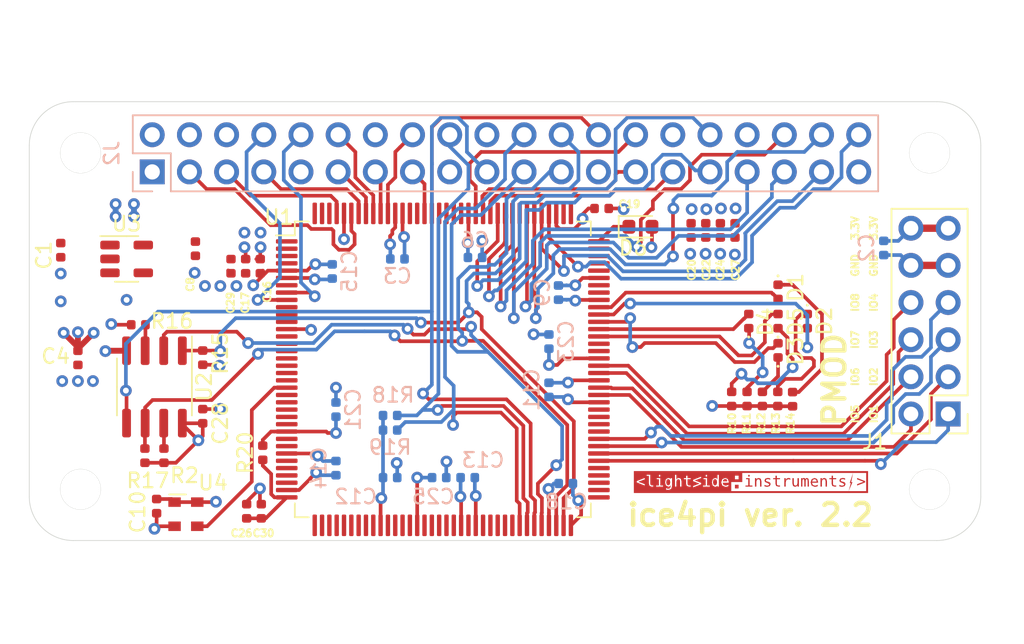
<source format=kicad_pcb>
(kicad_pcb (version 20211014) (generator pcbnew)
  (layers (0 "F.Cu" signal) (1 "In1.Cu" power) (2 "In2.Cu" power) (31 "B.Cu" signal) (34 "B.Paste" user) (35 "F.Paste" user) (36 "B.SilkS" user "B.Silkscreen") (37 "F.SilkS" user "F.Silkscreen") (38 "B.Mask" user) (39 "F.Mask" user) (44 "Edge.Cuts" user))
  (net 0 "")
  (net 1 "GND")
  (net 2 "12MHz")
  (net 3 "iCE_CDONE")
  (net 4 "iCE_CREST")
  (net 5 "iCE_MOSI")
  (net 6 "iCE_MISO")
  (net 7 "iCE_SCK")
  (net 8 "iCE_SS_B")
  (net 9 "Net-(R2-Pad2)")
  (net 10 "+3V3")
  (net 11 "+5V")
  (net 12 "+1V2")
  (net 13 "Net-(C26-Pad1)")
  (net 14 "LED4")
  (net 15 "Net-(D1-Pad1)")
  (net 16 "Net-(D2-Pad1)")
  (net 17 "LED3")
  (net 18 "Net-(D3-Pad1)")
  (net 19 "LED2")
  (net 20 "LED1")
  (net 21 "Net-(D4-Pad1)")
  (net 22 "Net-(D5-Pad1)")
  (net 23 "LED0")
  (net 24 "PIO1_02")
  (net 25 "PIO1_03")
  (net 26 "PIO1_04")
  (net 27 "PIO1_05")
  (net 28 "PIO1_06")
  (net 29 "PIO1_07")
  (net 30 "PIO1_08")
  (net 31 "PIO1_09")
  (net 32 "Net-(R16-Pad2)")
  (net 33 "PIO0_09")
  (net 34 "PIO0_08")
  (net 35 "PIO0_07")
  (net 36 "PIO0_06")
  (net 37 "PIO0_05")
  (net 38 "PIO0_04")
  (net 39 "PIO0_03")
  (net 40 "PIO0_02")
  (net 41 "Net-(D6-Pad1)")
  (net 42 "RS232_Tx_TTL")
  (net 43 "RS232_Rx_TTL")
  (net 44 "PIO0_10")
  (net 45 "PIO0_12")
  (net 46 "PIO0_11")
  (net 47 "PIO0_13")
  (net 48 "PIO0_14")
  (net 49 "PIO0_15")
  (net 50 "PIO0_16")
  (net 51 "PIO0_21")
  (net 52 "PIO0_20")
  (net 53 "PIO0_19")
  (net 54 "PIO0_18")
  (net 55 "PIO0_17")
  (net 69 "IR_SD")
  (net 70 "IR_RXD")
  (net 71 "IR_TXD")
  (footprint "ice4pi:mount_hole" (layer "F.Cu") (at 53.5 52.5)
    (fp_text reference "")
    (fp_text value "")
  )
  (footprint "Capacitor_SMD:C_0402_1005Metric" (layer "F.Cu") (at 65.779546 60.244888 -90)
    (fp_text reference "C16")
    (fp_text value "10uF")
  )
  (footprint "Capacitor_SMD:C_0402_1005Metric" (layer "F.Cu") (at 64.779546 60.244888 -90)
    (fp_text reference "C17")
    (fp_text value "1 uF")
  )
  (footprint "Capacitor_SMD:C_0402_1005Metric" (layer "F.Cu") (at 95.210392 57.797011 90)
    (fp_text reference "C20")
    (fp_text value "10uF")
  )
  (footprint "Capacitor_SMD:C_0402_1005Metric" (layer "F.Cu") (at 96.210392 57.797011 90)
    (fp_text reference "C22")
    (fp_text value "1 uF")
  )
  (footprint "Capacitor_SMD:C_0402_1005Metric" (layer "F.Cu") (at 97.210392 57.797011 90)
    (fp_text reference "C24")
    (fp_text value "0.1uF")
  )
  (footprint "Capacitor_SMD:C_0402_1005Metric" (layer "F.Cu") (at 98.210392 57.797011 90)
    (fp_text reference "C27")
    (fp_text value "0.01uF")
  )
  (footprint "Capacitor_SMD:C_0402_1005Metric" (layer "F.Cu") (at 63.779546 60.244888 -90)
    (fp_text reference "C29")
    (fp_text value "0.01uF")
  )
  (footprint "LED_SMD:LED_0402_1005Metric" (layer "F.Cu") (at 103.15 64 -90)
    (fp_text reference "D2")
    (fp_text value "LED")
  )
  (footprint "LED_SMD:LED_0402_1005Metric" (layer "F.Cu") (at 101.15 66 90)
    (fp_text reference "D3")
    (fp_text value "LED")
  )
  (footprint "LED_SMD:LED_0402_1005Metric" (layer "F.Cu") (at 101.15 64 90)
    (fp_text reference "D5")
    (fp_text value "LED")
  )
  (footprint "Resistor_SMD:R_0402_1005Metric" (layer "F.Cu") (at 59.2 73.2 90)
    (fp_text reference "R2")
    (fp_text value "10K")
  )
  (footprint "Resistor_SMD:R_0402_1005Metric" (layer "F.Cu") (at 57.45 64.25)
    (fp_text reference "R16")
    (fp_text value "10K")
  )
  (footprint "Resistor_SMD:R_0402_1005Metric" (layer "F.Cu") (at 57.9 73.2 90)
    (fp_text reference "R17")
    (fp_text value "10K")
  )
  (footprint "ice4pi:lsi-logo-16mm-fcu" (layer "F.Cu") (at 99.3 75.55)
    (fp_text reference "svg2mod" hide)
    (fp_text value "G***" hide)
  )
  (footprint "LED_SMD:LED_0402_1005Metric" (layer "F.Cu") (at 101.15 62 -90)
    (fp_text reference "D1")
    (fp_text value "LED")
  )
  (footprint "Capacitor_SMD:C_0402_1005Metric" (layer "F.Cu") (at 58.7 76.65 -90)
    (fp_text reference "C10")
    (fp_text value "0.01uF")
  )
  (footprint "Oscillator:Oscillator_SMD_Abracon_ASDMB-4Pin_2.5x2.0mm" (layer "F.Cu") (at 60.7 77.2 -90)
    (fp_text reference "U4")
    (fp_text value "DSC1001DI1-012.0000")
  )
  (footprint "Resistor_SMD:R_0402_1005Metric" (layer "F.Cu") (at 61.85 66.5 90)
    (fp_text reference "R15")
    (fp_text value "10K")
  )
  (footprint "Package_SO:SOIC-8_3.9x4.9mm_P1.27mm" (layer "F.Cu") (at 58.55 68.5 -90)
    (fp_text reference "U2")
    (fp_text value "W25Q32JVSSIQ")
  )
  (footprint "Capacitor_SMD:C_0402_1005Metric" (layer "F.Cu") (at 61.85 70.5 90)
    (fp_text reference "C28")
    (fp_text value "0.1uF")
  )
  (footprint "Package_TO_SOT_SMD:SOT-23-5" (layer "F.Cu") (at 56.65 59.75)
    (fp_text reference "U3")
    (fp_text value "MIC5504-1.2YM5")
  )
  (footprint "Capacitor_SMD:C_0402_1005Metric" (layer "F.Cu") (at 52.15 59.15 -90)
    (fp_text reference "C1")
    (fp_text value "10uF")
  )
  (footprint "Capacitor_SMD:C_0402_1005Metric" (layer "F.Cu") (at 61.35 59.05 -90)
    (fp_text reference "C8")
    (fp_text value "4.7uF")
  )
  (footprint "Diode_SMD:D_0603_1608Metric" (layer "F.Cu") (at 91.75 57.55)
    (fp_text reference "D6")
    (fp_text value "CDBU0520")
  )
  (footprint "Package_QFP:TQFP-144_20x20mm_P0.5mm" (layer "F.Cu") (at 78.25 67.3)
    (fp_text reference "U1")
    (fp_text value "ICE40HX1K-TQ144")
  )
  (footprint "Capacitor_SMD:C_0402_1005Metric" (layer "F.Cu") (at 65.85 77 90)
    (fp_text reference "C30")
    (fp_text value "10uF")
  )
  (footprint "Resistor_SMD:R_0402_1005Metric" (layer "F.Cu") (at 65.95 73 -90)
    (fp_text reference "R20")
    (fp_text value "100")
  )
  (footprint "Capacitor_SMD:C_0402_1005Metric" (layer "F.Cu") (at 64.85 77 90)
    (fp_text reference "C26")
    (fp_text value "0.1uF")
  )
  (footprint "Capacitor_SMD:C_0402_1005Metric" (layer "F.Cu") (at 89.1 56.3)
    (fp_text reference "C19")
    (fp_text value "0.1uF")
  )
  (footprint "Resistor_SMD:R_0402_1005Metric" (layer "F.Cu") (at 97.982852 69.321589 -90)
    (fp_text reference "R10")
    (fp_text value "1K")
  )
  (footprint "Resistor_SMD:R_0402_1005Metric" (layer "F.Cu") (at 100.082852 69.321589 -90)
    (fp_text reference "R12")
    (fp_text value "1K")
  )
  (footprint "Resistor_SMD:R_0402_1005Metric" (layer "F.Cu") (at 102.14399 69.336959 -90)
    (fp_text reference "R14")
    (fp_text value "1K")
  )
  (footprint "Resistor_SMD:R_0402_1005Metric" (layer "F.Cu") (at 101.132852 69.321589 -90)
    (fp_text reference "R13")
    (fp_text value "1K")
  )
  (footprint "LED_SMD:LED_0402_1005Metric" (layer "F.Cu") (at 99.15 64 90)
    (fp_text reference "D4")
    (fp_text value "LED")
  )
  (footprint "Resistor_SMD:R_0402_1005Metric" (layer "F.Cu") (at 99.032852 69.321589 -90)
    (fp_text reference "R11")
    (fp_text value "1K")
  )
  (footprint "Capacitor_SMD:C_0402_1005Metric" (layer "F.Cu") (at 53.323456 66.510966 -90)
    (fp_text reference "C4")
    (fp_text value "10uF")
  )
  (footprint "ice4pi:PinSocket_2x06_P2.54mm_Vertical_1to6_7to12" (layer "F.Cu") (at 112.77 70.35 180)
    (fp_text reference "J1")
    (fp_text value "Pmod 2x6")
  )
  (footprint "ice4pi:mount_hole" (layer "F.Cu") (at 111.5 75.5)
    (fp_text reference "")
    (fp_text value "")
  )
  (footprint "ice4pi:mount_hole" (layer "F.Cu") (at 53.5 75.5)
    (fp_text reference "")
    (fp_text value "")
  )
  (footprint "ice4pi:mount_hole" (layer "F.Cu") (at 111.5 52.5)
    (fp_text reference "")
    (fp_text value "")
  )
  (footprint "ice4pi:PinSocket_2x20_P2.54mm_Vertical_1_04mm" (layer "B.Cu") (at 58.4 53.8 -90)
    (fp_text reference "J2")
    (fp_text value "raspberry_pi_2_3_4_ordered")
  )
  (footprint "Capacitor_SMD:C_0402_1005Metric" (layer "B.Cu") (at 79.95 74.7)
    (fp_text reference "C13")
    (fp_text value "0.01uF")
  )
  (footprint "Capacitor_SMD:C_0402_1005Metric" (layer "B.Cu") (at 75.15 59.75)
    (fp_text reference "C3")
    (fp_text value "0.1uF")
  )
  (footprint "Capacitor_SMD:C_0402_1005Metric" (layer "B.Cu") (at 85.5 65.4 90)
    (fp_text reference "C23")
    (fp_text value "0.1uF")
  )
  (footprint "Capacitor_SMD:C_0402_1005Metric" (layer "B.Cu") (at 78 74.7)
    (fp_text reference "C25")
    (fp_text value "0.1uF")
  )
  (footprint "Capacitor_SMD:C_0402_1005Metric" (layer "B.Cu") (at 85.5 68.7 -90)
    (fp_text reference "C11")
    (fp_text value "0.01uF")
  )
  (footprint "Capacitor_SMD:C_0402_1005Metric" (layer "B.Cu") (at 86.15 62.05 90)
    (fp_text reference "C9")
    (fp_text value "0.1uF")
  )
  (footprint "Capacitor_SMD:C_0402_1005Metric" (layer "B.Cu") (at 80.45 59.65)
    (fp_text reference "C6")
    (fp_text value "0.01uF")
  )
  (footprint "Resistor_SMD:R_0402_1005Metric" (layer "B.Cu") (at 74.65 70.45)
    (fp_text reference "R18")
    (fp_text value "10K")
  )
  (footprint "Capacitor_SMD:C_0402_1005Metric" (layer "B.Cu") (at 70.95 74.05 -90)
    (fp_text reference "C14")
    (fp_text value "0.1uF")
  )
  (footprint "Resistor_SMD:R_0402_1005Metric" (layer "B.Cu") (at 74.65 71.45)
    (fp_text reference "R19")
    (fp_text value "10K")
  )
  (footprint "Capacitor_SMD:C_0402_1005Metric" (layer "B.Cu") (at 74.65 74.7)
    (fp_text reference "C12")
    (fp_text value "0.1uF")
  )
  (footprint "Capacitor_SMD:C_0402_1005Metric" (layer "B.Cu") (at 70.95 70.05 90)
    (fp_text reference "C21")
    (fp_text value "0.1uF")
  )
  (footprint "Capacitor_SMD:C_0402_1005Metric" (layer "B.Cu") (at 70.697006 60.60592 90)
    (fp_text reference "C15")
    (fp_text value "0.01uF")
  )
  (footprint "Capacitor_SMD:C_0402_1005Metric" (layer "B.Cu") (at 86.65 75.1 180)
    (fp_text reference "C18")
    (fp_text value "0.1uF")
  )
  (footprint "Capacitor_SMD:C_0402_1005Metric" (layer "B.Cu") (at 108.37 59 -90)
    (fp_text reference "C2")
    (fp_text value "0.1uF")
  )
  (gr_line (start 50 76) (end 50 52) (layer "Edge.Cuts") (width 0.05))
  (gr_circle (center 111.5 75.5) (end 111.47 76.87) (layer "Edge.Cuts") (width 0.05) (fill none))
  (gr_line (start 112 79) (end 53 79) (layer "Edge.Cuts") (width 0.05))
  (gr_arc (start 53 79) (mid 50.87868 78.12132) (end 50 76) (layer "Edge.Cuts") (width 0.05))
  (gr_line (start 53 49) (end 112 49) (layer "Edge.Cuts") (width 0.05))
  (gr_arc (start 112 49) (mid 114.12132 49.87868) (end 115 52) (layer "Edge.Cuts") (width 0.05))
  (gr_line (start 115 52) (end 115 76) (layer "Edge.Cuts") (width 0.05))
  (gr_circle (center 53.5 52.5) (end 53.47 53.87) (layer "Edge.Cuts") (width 0.05) (fill none))
  (gr_circle (center 53.5 75.5) (end 53.47 76.87) (layer "Edge.Cuts") (width 0.05) (fill none))
  (gr_arc (start 115 76) (mid 114.12132 78.12132) (end 112 79) (layer "Edge.Cuts") (width 0.05))
  (gr_circle (center 111.5 52.5) (end 111.47 53.87) (layer "Edge.Cuts") (width 0.05) (fill none))
  (gr_arc (start 50 52) (mid 50.87868 49.87868) (end 53 49) (layer "Edge.Cuts") (width 0.05))
  (gr_text "IO1\n" (at 107.69 70.35 90) (layer "F.SilkS") (effects (font (size 0.5 0.5) (thickness 0.125))))
  (gr_text "ice4pi ver. 2.2" (at 99.25 77.25) (layer "F.SilkS") (effects (font (size 1.5 1.5) (thickness 0.3))))
  (gr_text "IO5\n" (at 106.42 70.35 90) (layer "F.SilkS") (effects (font (size 0.5 0.5) (thickness 0.125))))
  (gr_text "IO7\n" (at 106.42 65.27 90) (layer "F.SilkS") (effects (font (size 0.5 0.5) (thickness 0.125))))
  (gr_text "3.3V\n" (at 106.42 57.65 90) (layer "F.SilkS") (effects (font (size 0.5 0.5) (thickness 0.125))))
  (gr_text "IO3\n" (at 107.69 65.27 90) (layer "F.SilkS") (effects (font (size 0.5 0.5) (thickness 0.125))))
  (gr_text "IO2\n" (at 107.69 67.81 90) (layer "F.SilkS") (effects (font (size 0.5 0.5) (thickness 0.125))))
  (gr_text "GND\n" (at 106.42 60.19 90) (layer "F.SilkS") (effects (font (size 0.5 0.5) (thickness 0.125))))
  (gr_text "GND\n" (at 107.69 60.19 90) (layer "F.SilkS") (effects (font (size 0.5 0.5) (thickness 0.125))))
  (gr_text "IO8\n" (at 106.42 62.73 90) (layer "F.SilkS") (effects (font (size 0.5 0.5) (thickness 0.125))))
  (gr_text "IO4\n" (at 107.69 62.73 90) (layer "F.SilkS") (effects (font (size 0.5 0.5) (thickness 0.125))))
  (gr_text "3.3V\n" (at 107.69 57.65 90) (layer "F.SilkS") (effects (font (size 0.5 0.5) (thickness 0.125))))
  (gr_text "PMOD" (at 105 68 90) (layer "F.SilkS") (effects (font (size 1.5 1.5) (thickness 0.3))))
  (gr_text "IO6\n" (at 106.42 67.81 90) (layer "F.SilkS") (effects (font (size 0.5 0.5) (thickness 0.125))))
  (segment (start 97.210392 57.312011) (end 97.237989 57.312011) (width 0.25) (layer "F.Cu") (net 1))
  (segment (start 61.85 70.015) (end 63.035 70.015) (width 0.25) (layer "F.Cu") (net 1))
  (segment (start 58.7 77.135) (end 58.7 78.05) (width 0.25) (layer "F.Cu") (net 1))
  (segment (start 64.85 76.346095) (end 65.756961 75.439134) (width 0.25) (layer "F.Cu") (net 1))
  (segment (start 101.132852 69.806589) (end 100.082852 69.806589) (width 0.25) (layer "F.Cu") (net 1))
  (segment (start 85.468356 75.47066) (end 85.468356 76.036345) (width 0.25) (layer "F.Cu") (net 1))
  (segment (start 63.779546 60.729888) (end 63.779546 60.870454) (width 0.25) (layer "F.Cu") (net 1))
  (segment (start 97.982852 69.806589) (end 96.656589 69.806589) (width 0.25) (layer "F.Cu") (net 1))
  (segment (start 89.585 56.3) (end 90.6 56.3) (width 0.25) (layer "F.Cu") (net 1))
  (segment (start 53.323456 66.995966) (end 53.323456 67.023456) (width 0.25) (layer "F.Cu") (net 1))
  (segment (start 65.756961 75.439134) (end 65.756961 76.421961) (width 0.25) (layer "F.Cu") (net 1))
  (segment (start 69.6 74.35) (end 69.200001 74.749999) (width 0.25) (layer "F.Cu") (net 1))
  (segment (start 65.779546 60.729888) (end 65.959434 60.55) (width 0.25) (layer "F.Cu") (net 1))
  (segment (start 59.925 78.025) (end 58.725 78.025) (width 0.25) (layer "F.Cu") (net 1))
  (segment (start 58.7 78.05) (end 58.55 78.2) (width 0.25) (layer "F.Cu") (net 1))
  (segment (start 97.210392 56.339608) (end 97.25 56.3) (width 0.25) (layer "F.Cu") (net 1))
  (segment (start 69.2 64.55) (end 69.25 64.6) (width 0.25) (layer "F.Cu") (net 1))
  (segment (start 87 69.55) (end 88.9125 69.55) (width 0.25) (layer "F.Cu") (net 1))
  (segment (start 61.24 59.425) (end 61.35 59.535) (width 0.25) (layer "F.Cu") (net 1))
  (segment (start 85.5 77.125) (end 85.5 77.9625) (width 0.25) (layer "F.Cu") (net 1))
  (segment (start 87.8 61.05) (end 87.3 61.55) (width 0.25) (layer "F.Cu") (net 1))
  (segment (start 100.082852 69.806589) (end 99.032852 69.806589) (width 0.25) (layer "F.Cu") (net 1))
  (segment (start 75.6 58.25) (end 75.5 58.15) (width 0.25) (layer "F.Cu") (net 1))
  (segment (start 66.3 60.55) (end 65.3 61.55) (width 0.25) (layer "F.Cu") (net 1))
  (segment (start 65.756961 76.421961) (end 65.85 76.515) (width 0.25) (layer "F.Cu") (net 1))
  (segment (start 62 61.6) (end 62 61.4) (width 0.25) (layer "F.Cu") (net 1))
  (segment (start 86.8 69.35) (end 87 69.55) (width 0.25) (layer "F.Cu") (net 1))
  (segment (start 53.323456 66.995966) (end 53.323456 67.026544) (width 0.25) (layer "F.Cu") (net 1))
  (segment (start 96.210392 56.389608) (end 96.25 56.35) (width 0.25) (layer "F.Cu") (net 1))
  (segment (start 71.5 58.4) (end 71.5 56.6375) (width 0.25) (layer "F.Cu") (net 1))
  (segment (start 96.210392 57.312011) (end 96.210392 57.310392) (width 0.25) (layer "F.Cu") (net 1))
  (segment (start 96.656589 69.806589) (end 96.65 69.8) (width 0.25) (layer "F.Cu") (net 1))
  (segment (start 58.725 78.025) (end 58.55 78.2) (width 0.25) (layer "F.Cu") (net 1))
  (segment (start 55.225 66.025) (end 55.2 66.05) (width 0.4) (layer "F.Cu") (net 1))
  (segment (start 75.5 58.15) (end 75.5 56.6375) (width 0.25) (layer "F.Cu") (net 1))
  (segment (start 68.976998 60.55) (end 69.421078 60.10592) (width 0.25) (layer "F.Cu") (net 1))
  (segment (start 96.210392 57.312011) (end 96.237989 57.312011) (width 0.25) (layer "F.Cu") (net 1))
  (segment (start 110.23 60.19) (end 112.77 60.19) (width 0.5) (layer "F.Cu") (net 1))
  (segment (start 101.148222 69.821959) (end 101.132852 69.806589) (width 0.25) (layer "F.Cu") (net 1))
  (segment (start 56.645 66.025) (end 55.225 66.025) (width 0.4) (layer "F.Cu") (net 1))
  (segment (start 88.9125 61.05) (end 87.8 61.05) (width 0.25) (layer "F.Cu") (net 1))
  (segment (start 68.425 75.55) (end 67.5875 75.55) (width 0.25) (layer "F.Cu") (net 1))
  (segment (start 64.85 76.515) (end 64.85 76.346095) (width 0.25) (layer "F.Cu") (net 1))
  (segment (start 102.14399 69.821959) (end 101.148222 69.821959) (width 0.25) (layer "F.Cu") (net 1))
  (segment (start 98.210392 57.312011) (end 98.210392 57.260392) (width 0.25) (layer "F.Cu") (net 1))
  (segment (start 95.210392 57.312011) (end 95.287989 57.312011) (width 0.25) (layer "F.Cu") (net 1))
  (segment (start 97.210392 57.312011) (end 97.210392 57.310392) (width 0.25) (layer "F.Cu") (net 1))
  (segment (start 63.035 70.015) (end 63.05 70) (width 0.25) (layer "F.Cu") (net 1))
  (segment (start 67.5875 60.55) (end 68.976998 60.55) (width 0.25) (layer "F.Cu") (net 1))
  (segment (start 63.584658 60.535) (end 63.779546 60.729888) (width 0.25) (layer "F.Cu") (net 1))
  (segment (start 99.032852 69.806589) (end 97.982852 69.806589) (width 0.25) (layer "F.Cu") (net 1))
  (segment (start 67.5875 64.55) (end 69.2 64.55) (width 0.25) (layer "F.Cu") (net 1))
  (segment (start 85.5 76.067989) (end 85.5 77.125) (width 0.25) (layer "F.Cu") (net 1))
  (segment (start 69.200001 74.749999) (end 69.200001 74.774999) (width 0.25) (layer "F.Cu") (net 1))
  (segment (start 67.5875 60.55) (end 66.3 60.55) (width 0.25) (layer "F.Cu") (net 1))
  (segment (start 80.5 75.95) (end 80.5 77.9625) (width 0.25) (layer "F.Cu") (net 1))
  (segment (start 95.210392 56.389608) (end 95.25 56.35) (width 0.25) (layer "F.Cu") (net 1))
  (segment (start 85.468356 76.036345) (end 85.5 76.067989) (width 0.25) (layer "F.Cu") (net 1))
  (segment (start 69.200001 74.774999) (end 68.425 75.55) (width 0.25) (layer "F.Cu") (net 1))
  (segment (start 98.210392 56.339608) (end 98.25 56.3) (width 0.25) (layer "F.Cu") (net 1))
  (segment (start 69.421078 60.10592) (end 69.547006 60.10592) (width 0.25) (layer "F.Cu") (net 1))
  (segment (start 61.35 60.65) (end 61.3 60.7) (width 0.25) (layer "F.Cu") (net 1))
  (via (at 69.547006 60.10592) (size 0.8) (drill 0.4) (layers "F.Cu" "B.Cu") (net 1))
  (via (at 70.95 68.55) (size 0.8) (drill 0.4) (layers "F.Cu" "B.Cu") (net 1))
  (via (at 53.323456 68.1) (size 0.8) (drill 0.4) (layers "F.Cu" "B.Cu") (net 1))
  (via (at 62 61.6) (size 0.8) (drill 0.4) (layers "F.Cu" "B.Cu") (net 1))
  (via (at 52.15 60.75) (size 0.8) (drill 0.4) (layers "F.Cu" "B.Cu") (net 1))
  (via (at 90.6 56.35) (size 0.8) (drill 0.4) (layers "F.Cu" "B.Cu") (net 1))
  (via (at 75.6 58.25) (size 0.8) (drill 0.4) (layers "F.Cu" "B.Cu") (net 1))
  (via (at 86.8 69.35) (size 0.8) (drill 0.4) (layers "F.Cu" "B.Cu") (net 1))
  (via (at 87.3 61.55) (size 0.8) (drill 0.4) (layers "F.Cu" "B.Cu") (net 1))
  (via (at 63.05 70) (size 0.8) (drill 0.4) (layers "F.Cu" "B.Cu") (net 1))
  (via (at 78.5 73.6) (size 0.8) (drill 0.4) (layers "F.Cu" "B.Cu") (net 1))
  (via (at 98.25 56.3) (size 0.8) (drill 0.4) (layers "F.Cu" "B.Cu") (net 1))
  (via (at 61.3 60.7) (size 0.8) (drill 0.4) (layers "F.Cu" "B.Cu") (net 1))
  (via (at 54.35 68.1) (size 0.8) (drill 0.4) (layers "F.Cu" "B.Cu") (net 1))
  (via (at 65.3 61.55) (size 0.8) (drill 0.4) (layers "F.Cu" "B.Cu") (net 1))
  (via (at 80.5 75.95) (size 0.8) (drill 0.4) (layers "F.Cu" "B.Cu") (net 1))
  (via (at 69.25 64.6) (size 0.8) (drill 0.4) (layers "F.Cu" "B.Cu") (net 1))
  (via (at 85.468356 75.47066) (size 0.8) (drill 0.4) (layers "F.Cu" "B.Cu") (net 1))
  (via (at 58.55 78.2) (size 0.8) (drill 0.4) (layers "F.Cu" "B.Cu") (net 1))
  (via (at 75.1 73.7) (size 0.8) (drill 0.4) (layers "F.Cu" "B.Cu") (net 1))
  (via (at 95.25 56.35) (size 0.8) (drill 0.4) (layers "F.Cu" "B.Cu") (net 1))
  (via (at 71.5 58.4) (size 0.8) (drill 0.4) (layers "F.Cu" "B.Cu") (net 1))
  (via (at 69.6 74.35) (size 0.8) (drill 0.4) (layers "F.Cu" "B.Cu") (net 1))
  (via (at 64.15 61.6) (size 0.8) (drill 0.4) (layers "F.Cu" "B.Cu") (net 1))
  (via (at 63.05 61.6) (size 0.8) (drill 0.4) (layers "F.Cu" "B.Cu") (net 1))
  (via (at 55.2 66.05) (size 0.8) (drill 0.4) (layers "F.Cu" "B.Cu") (net 1))
  (via (at 97.25 56.3) (size 0.8) (drill 0.4) (layers "F.Cu" "B.Cu") (net 1))
  (via (at 52.25 68.1) (size 0.8) (drill 0.4) (layers "F.Cu" "B.Cu") (net 1))
  (via (at 84.45 64.9) (size 0.8) (drill 0.4) (layers "F.Cu" "B.Cu") (net 1))
  (via (at 65.756961 75.439134) (size 0.8) (drill 0.4) (layers "F.Cu" "B.Cu") (net 1))
  (via (at 80.95 58.5) (size 0.8) (drill 0.4) (layers "F.Cu" "B.Cu") (net 1))
  (via (at 56.65 62.55) (size 0.8) (drill 0.4) (layers "F.Cu" "B.Cu") (net 1))
  (via (at 96.25 56.35) (size 0.8) (drill 0.4) (layers "F.Cu" "B.Cu") (net 1))
  (via (at 52.15 62.65) (size 0.8) (drill 0.4) (layers "F.Cu" "B.Cu") (net 1))
  (via (at 96.65 69.8) (size 0.8) (drill 0.4) (layers "F.Cu" "B.Cu") (net 1))
  (segment (start 70.95 69.565) (end 70.95 68.55) (width 0.25) (layer "B.Cu") (net 1))
  (segment (start 69.562006 60.12092) (end 69.547006 60.10592) (width 0.25) (layer "B.Cu") (net 1))
  (segment (start 70.697006 60.12092) (end 69.562006 60.12092) (width 0.25) (layer "B.Cu") (net 1))
  (segment (start 108.37 59.485) (end 109.525 59.485) (width 0.25) (layer "B.Cu") (net 1))
  (segment (start 109.525 59.485) (end 110.23 60.19) (width 0.25) (layer "B.Cu") (net 1))
  (segment (start 86.635 69.185) (end 86.8 69.35) (width 0.25) (layer "B.Cu") (net 1))
  (segment (start 85.5 69.185) (end 86.635 69.185) (width 0.25) (layer "B.Cu") (net 1))
  (segment (start 85.5 64.915) (end 84.465 64.915) (width 0.25) (layer "B.Cu") (net 1))
  (segment (start 80.935 58.515) (end 80.95 58.5) (width 0.25) (layer "B.Cu") (net 1))
  (segment (start 80.435 75.885) (end 80.5 75.95) (width 0.25) (layer "B.Cu") (net 1))
  (segment (start 75.135 74.7) (end 75.135 73.735) (width 0.25) (layer "B.Cu") (net 1))
  (segment (start 86.165 75.1) (end 85.839016 75.1) (width 0.25) (layer "B.Cu") (net 1))
  (segment (start 84.465 64.915) (end 84.45 64.9) (width 0.25) (layer "B.Cu") (net 1))
  (segment (start 80.935 59.65) (end 80.935 58.515) (width 0.25) (layer "B.Cu") (net 1))
  (segment (start 86.15 61.565) (end 87.285 61.565) (width 0.25) (layer "B.Cu") (net 1))
  (segment (start 75.635 59.75) (end 75.635 58.285) (width 0.25) (layer "B.Cu") (net 1))
  (segment (start 69.785 74.535) (end 69.6 74.35) (width 0.25) (layer "B.Cu") (net 1))
  (segment (start 70.95 74.535) (end 69.785 74.535) (width 0.25) (layer "B.Cu") (net 1))
  (segment (start 80.435 74.7) (end 80.435 75.885) (width 0.25) (layer "B.Cu") (net 1))
  (segment (start 78.485 73.615) (end 78.5 73.6) (width 0.25) (layer "B.Cu") (net 1))
  (segment (start 85.839016 75.1) (end 85.468356 75.47066) (width 0.25) (layer "B.Cu") (net 1))
  (segment (start 75.135 73.735) (end 75.1 73.7) (width 0.25) (layer "B.Cu") (net 1))
  (segment (start 78.485 74.7) (end 78.485 73.615) (width 0.25) (layer "B.Cu") (net 1))
  (segment (start 86.685 61.565) (end 86.7 61.55) (width 0.25) (layer "B.Cu") (net 1))
  (segment (start 75.635 58.285) (end 75.6 58.25) (width 0.25) (layer "B.Cu") (net 1))
  (segment (start 65.2 74.975) (end 65.2 70.084318) (width 0.25) (layer "F.Cu") (net 2))
  (segment (start 66.734318 68.55) (end 66.75 68.55) (width 0.25) (layer "F.Cu") (net 2))
  (segment (start 66.75 68.55) (end 67.5875 68.55) (width 0.25) (layer "F.Cu") (net 2))
  (segment (start 62.15 78.025) (end 65.2 74.975) (width 0.25) (layer "F.Cu") (net 2))
  (segment (start 65.2 70.084318) (end 66.734318 68.55) (width 0.25) (layer "F.Cu") (net 2))
  (segment (start 61.475 78.025) (end 62.15 78.025) (width 0.25) (layer "F.Cu") (net 2))
  (segment (start 82.213609 70.250019) (end 79.2 70.250019) (width 0.25) (layer "F.Cu") (net 3))
  (segment (start 78.95 70.500019) (end 78.95 71.1) (width 0.25) (layer "F.Cu") (net 3))
  (segment (start 83.3 76.284536) (end 83.3 71.33641) (width 0.25) (layer "F.Cu") (net 3))
  (segment (start 83.8 51.26) (end 83.79 51.26) (width 0.25) (layer "F.Cu") (net 3))
  (segment (start 83.5 77.9625) (end 83.5 76.484536) (width 0.25) (layer "F.Cu") (net 3))
  (segment (start 83.3 71.33641) (end 82.213609 70.250019) (width 0.25) (layer "F.Cu") (net 3))
  (segment (start 83.5 76.484536) (end 83.3 76.284536) (width 0.25) (layer "F.Cu") (net 3))
  (segment (start 79.2 70.250019) (end 78.95 70.500019) (width 0.25) (layer "F.Cu") (net 3))
  (via (at 78.95 71.1) (size 0.8) (drill 0.4) (layers "F.Cu" "B.Cu") (net 3))
  (segment (start 78.993214 70.054787) (end 78.993214 71.056786) (width 0.25) (layer "B.Cu") (net 3))
  (segment (start 75.135 71.45) (end 75.68499 70.90001) (width 0.25) (layer "B.Cu") (net 3))
  (segment (start 78.40002 57.19998) (end 79.3 56.3) (width 0.25) (layer "B.Cu") (net 3))
  (segment (start 78.993214 71.056786) (end 78.95 71.1) (width 0.25) (layer "B.Cu") (net 3))
  (segment (start 78.40002 67.8272) (end 78.40002 57.19998) (width 0.25) (layer "B.Cu") (net 3))
  (segment (start 78.993214 68.420394) (end 78.40002 67.8272) (width 0.25) (layer "B.Cu") (net 3))
  (segment (start 82.5 52.56) (end 83.8 51.26) (width 0.25) (layer "B.Cu") (net 3))
  (segment (start 78.993214 70.054787) (end 78.993214 68.420394) (width 0.25) (layer "B.Cu") (net 3))
  (segment (start 79.3 56.3) (end 80.499002 56.3) (width 0.25) (layer "B.Cu") (net 3))
  (segment (start 80.499002 56.3) (end 82.5 54.299002) (width 0.25) (layer "B.Cu") (net 3))
  (segment (start 82.5 54.299002) (end 82.5 52.56) (width 0.25) (layer "B.Cu") (net 3))
  (segment (start 78.147991 70.90001) (end 78.993214 70.054787) (width 0.25) (layer "B.Cu") (net 3))
  (segment (start 75.68499 70.90001) (end 78.147991 70.90001) (width 0.25) (layer "B.Cu") (net 3))
  (segment (start 84.04999 77.07501) (end 84.04999 76.398116) (width 0.25) (layer "F.Cu") (net 4))
  (segment (start 78.72 51.26) (end 78.69 51.26) (width 0.25) (layer "F.Cu") (net 4))
  (segment (start 82.400009 69.800009) (end 78.17499 69.800009) (width 0.25) (layer "F.Cu") (net 4))
  (segment (start 83.75 71.15) (end 82.400009 69.800009) (width 0.25) (layer "F.Cu") (net 4))
  (segment (start 84 77.9625) (end 84 77.125) (width 0.25) (layer "F.Cu") (net 4))
  (segment (start 83.75 71.15) (end 83.75 76.098126) (width 0.25) (layer "F.Cu") (net 4))
  (segment (start 83.75 76.098126) (end 84.04999 76.398116) (width 0.25) (layer "F.Cu") (net 4))
  (segment (start 84 77.125) (end 84.04999 77.07501) (width 0.25) (layer "F.Cu") (net 4))
  (segment (start 78.17499 69.800009) (end 77.9 70.074999) (width 0.25) (layer "F.Cu") (net 4))
  (via (at 77.9 70.074999) (size 0.8) (drill 0.4) (layers "F.Cu" "B.Cu") (net 4))
  (segment (start 77.9 70.074999) (end 76.951997 70.074999) (width 0.25) (layer "B.Cu") (net 4))
  (segment (start 76.951997 70.074999) (end 76.9 70.023002) (width 0.25) (layer "B.Cu") (net 4))
  (segment (start 77.95001 56.99999) (end 77.95001 68.972992) (width 0.25) (layer "B.Cu") (net 4))
  (segment (start 80 54.95) (end 77.95001 56.99999) (width 0.25) (layer "B.Cu") (net 4))
  (segment (start 78.72 52.060998) (end 80 53.340998) (width 0.25) (layer "B.Cu") (net 4))
  (segment (start 76.473002 70.45) (end 76.9 70.023002) (width 0.25) (layer "B.Cu") (net 4))
  (segment (start 77.95001 68.972992) (end 76.9 70.023002) (width 0.25) (layer "B.Cu") (net 4))
  (segment (start 80 53.340998) (end 80 54.95) (width 0.25) (layer "B.Cu") (net 4))
  (segment (start 78.72 51.26) (end 78.72 52.060998) (width 0.25) (layer "B.Cu") (net 4))
  (segment (start 75.135 70.45) (end 76.473002 70.45) (width 0.25) (layer "B.Cu") (net 4))
  (segment (start 81.26 53.8) (end 81.15 53.8) (width 0.25) (layer "F.Cu") (net 5))
  (segment (start 77.299999 69.349999) (end 76.9 68.95) (width 0.25) (layer "F.Cu") (net 5))
  (segment (start 84.54999 77.07501) (end 84.54999 76.261706) (width 0.25) (layer "F.Cu") (net 5))
  (segment (start 84.25 75.961716) (end 84.25 71) (width 0.25) (layer "F.Cu") (net 5))
  (segment (start 84.5 77.125) (end 84.54999 77.07501) (width 0.25) (layer "F.Cu") (net 5))
  (segment (start 82.599999 69.349999) (end 77.299999 69.349999) (width 0.25) (layer "F.Cu") (net 5))
  (segment (start 84.5 77.9625) (end 84.5 77.125) (width 0.25) (layer "F.Cu") (net 5))
  (segment (start 84.25 71) (end 82.599999 69.349999) (width 0.25) (layer "F.Cu") (net 5))
  (segment (start 56.645 70.975) (end 56.645 68.795) (width 0.25) (layer "F.Cu") (net 5))
  (segment (start 84.54999 76.261706) (end 84.25 75.961716) (width 0.25) (layer "F.Cu") (net 5))
  (segment (start 56.645 68.795) (end 56.6 68.75) (width 0.25) (layer "F.Cu") (net 5))
  (via (at 76.9 68.95) (size 0.8) (drill 0.4) (layers "F.Cu" "B.Cu") (net 5))
  (via (at 56.6 68.75) (size 0.8) (drill 0.4) (layers "F.Cu" "B.Cu") (net 5))
  (segment (start 77.5 68.35) (end 76.9 68.95) (width 0.25) (layer "B.Cu") (net 5))
  (segment (start 78.115001 50.084999) (end 77.5 50.7) (width 0.25) (layer "B.Cu") (net 5))
  (segment (start 77.5 53.15) (end 77.5 53.3) (width 0.25) (layer "B.Cu") (net 5))
  (segment (start 81.26 53.8) (end 79.895001 52.435001) (width 0.25) (layer "B.Cu") (net 5))
  (segment (start 77.5 53.3) (end 77.5 63.35) (width 0.25) (layer "B.Cu") (net 5))
  (segment (start 79.894003 50.695001) (end 79.284001 50.084999) (width 0.25) (layer "B.Cu") (net 5))
  (segment (start 79.284001 50.084999) (end 78.115001 50.084999) (width 0.25) (layer "B.Cu") (net 5))
  (segment (start 77.5 68.2) (end 77.5 68.35) (width 0.25) (layer "B.Cu") (net 5))
  (segment (start 77.5 50.7) (end 77.5 53.3) (width 0.25) (layer "B.Cu") (net 5))
  (segment (start 79.895001 52.435001) (end 79.895001 50.695001) (width 0.25) (layer "B.Cu") (net 5))
  (segment (start 56.6 65.55) (end 58.8 63.35) (width 0.25) (layer "B.Cu") (net 5))
  (segment (start 58.8 63.35) (end 77.5 63.35) (width 0.25) (layer "B.Cu") (net 5))
  (segment (start 79.895001 50.695001) (end 79.894003 50.695001) (width 0.25) (layer "B.Cu") (net 5))
  (segment (start 77.5 63.35) (end 77.5 68.2) (width 0.25) (layer "B.Cu") (net 5))
  (segment (start 56.6 68.75) (end 56.6 65.55) (width 0.25) (layer "B.Cu") (net 5))
  (segment (start 76.243814 64.925009) (end 76.997993 64.925009) (width 0.25) (layer "F.Cu") (net 6))
  (segment (start 59.185 66.025) (end 59.185 64.95) (width 0.25) (layer "F.Cu") (net 6))
  (segment (start 75.843815 64.52501) (end 76.243814 64.925009) (width 0.25) (layer "F.Cu") (net 6))
  (segment (start 85 77.125) (end 85.018346 77.106654) (width 0.25) (layer "F.Cu") (net 6))
  (segment (start 59.41001 64.72499) (end 64.17499 64.72499) (width 0.25) (layer "F.Cu") (net 6))
  (segment (start 84.743355 75.106645) (end 85.600001 74.249999) (width 0.25) (layer "F.Cu") (net 6))
  (segment (start 59.185 64.95) (end 59.41001 64.72499) (width 0.25) (layer "F.Cu") (net 6))
  (segment (start 85 77.9625) (end 85 77.125) (width 0.25) (layer "F.Cu") (net 6))
  (segment (start 85.018346 76.093652) (end 84.743355 75.818661) (width 0.25) (layer "F.Cu") (net 6))
  (segment (start 84.743355 75.818661) (end 84.743355 75.106645) (width 0.25) (layer "F.Cu") (net 6))
  (segment (start 80.019491 64.55001) (end 80.181876 64.387625) (width 0.25) (layer "F.Cu") (net 6))
  (segment (start 85.600001 74.249999) (end 86 73.85) (width 0.25) (layer "F.Cu") (net 6))
  (segment (start 64.17499 64.72499) (end 64.95 65.5) (width 0.25) (layer "F.Cu") (net 6))
  (segment (start 85.018346 77.106654) (end 85.018346 76.093652) (width 0.25) (layer "F.Cu") (net 6))
  (segment (start 76.997993 64.925009) (end 77.372992 64.55001) (width 0.25) (layer "F.Cu") (net 6))
  (segment (start 77.372992 64.55001) (end 80.019491 64.55001) (width 0.25) (layer "F.Cu") (net 6))
  (via (at 86 73.85) (size 0.8) (drill 0.4) (layers "F.Cu" "B.Cu") (net 6))
  (via (at 64.95 65.5) (size 0.8) (drill 0.4) (layers "F.Cu" "B.Cu") (net 6))
  (via (at 80.181876 64.387625) (size 0.8) (drill 0.4) (layers "F.Cu" "B.Cu") (net 6))
  (via (at 75.843815 64.52501) (size 0.8) (drill 0.4) (layers "F.Cu" "B.Cu") (net 6))
  (segment (start 69.423002 65.5) (end 69.423002 65.476998) (width 0.25) (layer "B.Cu") (net 6))
  (segment (start 81.271434 66.1) (end 81.3 66.071434) (width 0.25) (layer "B.Cu") (net 6))
  (segment (start 83.8 53.8) (end 80.84999 56.75001) (width 0.25) (layer "B.Cu") (net 6))
  (segment (start 81.3 66.071434) (end 80.181876 64.95331) (width 0.25) (layer "B.Cu") (net 6))
  (segment (start 86.399999 73.450001) (end 86.399999 71.171433) (width 0.25) (layer "B.Cu") (net 6))
  (segment (start 75.568825 64.25002) (end 75.843815 64.52501) (width 0.25) (layer "B.Cu") (net 6))
  (segment (start 69.423002 65.476998) (end 70.64998 64.25002) (width 0.25) (layer "B.Cu") (net 6))
  (segment (start 70.64998 64.25002) (end 75.568825 64.25002) (width 0.25) (layer "B.Cu") (net 6))
  (segment (start 78.850029 65.698001) (end 79.252028 66.1) (width 0.25) (layer "B.Cu") (net 6))
  (segment (start 86.399999 71.171433) (end 81.3 66.071434) (width 0.25) (layer "B.Cu") (net 6))
  (segment (start 79.4864 56.75001) (end 78.85003 57.38638) (width 0.25) (layer "B.Cu") (net 6))
  (segment (start 64.95 65.5) (end 69.423002 65.5) (width 0.25) (layer "B.Cu") (net 6))
  (segment (start 80.84999 56.75001) (end 79.4864 56.75001) (width 0.25) (layer "B.Cu") (net 6))
  (segment (start 79.252028 66.1) (end 81.271434 66.1) (width 0.25) (layer "B.Cu") (net 6))
  (segment (start 80.181876 64.95331) (end 80.181876 64.387625) (width 0.25) (layer "B.Cu") (net 6))
  (segment (start 78.85003 57.38638) (end 78.850029 65.698001) (width 0.25) (layer "B.Cu") (net 6))
  (segment (start 86 73.85) (end 86.399999 73.450001) (width 0.25) (layer "B.Cu") (net 6))
  (segment (start 74.951878 64.977173) (end 75.351877 65.377172) (width 0.25) (layer "F.Cu") (net 7))
  (segment (start 57.915 70.975) (end 57.915 69.9) (width 0.25) (layer "F.Cu") (net 7))
  (segment (start 57.9 70.99) (end 57.915 70.975) (width 0.25) (layer "F.Cu") (net 7))
  (segment (start 86.34 53.8) (end 86.3 53.8) (width 0.25) (layer "F.Cu") (net 7))
  (segment (start 86 75.96359) (end 86.75 75.21359) (width 0.25) (layer "F.Cu") (net 7))
  (segment (start 75.351877 65.377172) (end 79.547858 65.377172) (width 0.25) (layer "F.Cu") (net 7))
  (segment (start 79.547858 65.377172) (end 79.57503 65.35) (width 0.25) (layer "F.Cu") (net 7))
  (segment (start 58.42001 69.39499) (end 62.467891 69.39499) (width 0.25) (layer "F.Cu") (net 7))
  (segment (start 81 65.35) (end 79.57503 65.35) (width 0.25) (layer "F.Cu") (net 7))
  (segment (start 86 77.9625) (end 86 75.96359) (width 0.25) (layer "F.Cu") (net 7))
  (segment (start 86.75 75.21359) (end 86.75 71.1) (width 0.25) (layer "F.Cu") (net 7))
  (segment (start 57.915 69.9) (end 58.42001 69.39499) (width 0.25) (layer "F.Cu") (net 7))
  (segment (start 86.75 71.1) (end 81 65.35) (width 0.25) (layer "F.Cu") (net 7))
  (segment (start 62.467891 69.39499) (end 65.625726 66.237155) (width 0.25) (layer "F.Cu") (net 7))
  (segment (start 57.9 72.715) (end 57.9 70.99) (width 0.25) (layer "F.Cu") (net 7))
  (segment (start 86.34 53.8) (end 86.34 54.06) (width 0.25) (layer "F.Cu") (net 7))
  (via (at 79.57503 65.35) (size 0.8) (drill 0.4) (layers "F.Cu" "B.Cu") (net 7))
  (via (at 65.625726 66.237155) (size 0.8) (drill 0.4) (layers "F.Cu" "B.Cu") (net 7))
  (via (at 74.951878 64.977173) (size 0.8) (drill 0.4) (layers "F.Cu" "B.Cu") (net 7))
  (segment (start 79.300039 61.099961) (end 79.6 60.8) (width 0.25) (layer "B.Cu") (net 7))
  (segment (start 85.539002 53.8) (end 84.339002 55) (width 0.25) (layer "B.Cu") (net 7))
  (segment (start 82.6 56.739002) (end 82.6 56.9) (width 0.25) (layer "B.Cu") (net 7))
  (segment (start 65.625726 66.237155) (end 65.625726 65.974274) (width 0.25) (layer "B.Cu") (net 7))
  (segment (start 81.423232 60.15) (end 81.278222 60.29501) (width 0.25) (layer "B.Cu") (net 7))
  (segment (start 65.625726 65.974274) (end 65.64999 65.95001) (width 0.25) (layer "B.Cu") (net 7))
  (segment (start 79.300039 64.509324) (end 79.300039 61.099961) (width 0.25) (layer "B.Cu") (net 7))
  (segment (start 70.859382 64.70003) (end 72.9 64.70003) (width 0.25) (layer "B.Cu") (net 7))
  (segment (start 86.34 53.8) (end 85.539002 53.8) (width 0.25) (layer "B.Cu") (net 7))
  (segment (start 72.9 64.70003) (end 74.674735 64.70003) (width 0.25) (layer "B.Cu") (net 7))
  (segment (start 82.6 55.63641) (end 82.6 56.9) (width 0.25) (layer "B.Cu") (net 7))
  (segment (start 65.64999 65.95001) (end 69.609402 65.95001) (width 0.25) (layer "B.Cu") (net 7))
  (segment (start 81.8 60.15) (end 81.423232 60.15) (width 0.25) (layer "B.Cu") (net 7))
  (segment (start 84.339002 55) (end 83.23641 55) (width 0.25) (layer "B.Cu") (net 7))
  (segment (start 74.674735 64.70003) (end 74.951878 64.977173) (width 0.25) (layer "B.Cu") (net 7))
  (segment (start 79.57503 64.784315) (end 79.300039 64.509324) (width 0.25) (layer "B.Cu") (net 7))
  (segment (start 69.609402 65.95001) (end 70.859382 64.70003) (width 0.25) (layer "B.Cu") (net 7))
  (segment (start 80.10499 60.29501) (end 79.6 60.8) (width 0.25) (layer "B.Cu") (net 7))
  (segment (start 79.57503 65.35) (end 79.57503 64.784315) (width 0.25) (layer "B.Cu") (net 7))
  (segment (start 80.49501 60.29501) (end 80.10499 60.29501) (width 0.25) (layer "B.Cu") (net 7))
  (segment (start 81.278222 60.29501) (end 80.49501 60.29501) (width 0.25) (layer "B.Cu") (net 7))
  (segment (start 82.6 56.9) (end 82.6 59.35) (width 0.25) (layer "B.Cu") (net 7))
  (segment (start 82.6 59.35) (end 81.8 60.15) (width 0.25) (layer "B.Cu") (net 7))
  (segment (start 83.23641 55) (end 82.6 55.63641) (width 0.25) (layer "B.Cu") (net 7))
  (segment (start 63.015 66.015) (end 63.05 66.05) (width 0.25) (layer "F.Cu") (net 8))
  (segment (start 80.025039 63.4) (end 79.325039 64.1) (width 0.25) (layer "F.Cu") (net 8))
  (segment (start 86.5 77.9625) (end 86.5 76.1) (width 0.25) (layer "F.Cu") (net 8))
  (segment (start 87.200009 70.850009) (end 80.906877 64.556877) (width 0.25) (layer "F.Cu") (net 8))
  (segment (start 60.465 66.015) (end 60.455 66.025) (width 0.25) (layer "F.Cu") (net 8))
  (segment (start 61.85 66.015) (end 63.015 66.015) (width 0.25) (layer "F.Cu") (net 8))
  (segment (start 86.5 76.1) (end 87.200009 75.399991) (width 0.25) (layer "F.Cu") (net 8))
  (segment (start 80.906877 63.716153) (end 80.590724 63.4) (width 0.25) (layer "F.Cu") (net 8))
  (segment (start 79.325039 64.1) (end 76.75 64.1) (width 0.25) (layer "F.Cu") (net 8))
  (segment (start 80.906877 64.556877) (end 80.906877 63.716153) (width 0.25) (layer "F.Cu") (net 8))
  (segment (start 87.200009 75.399991) (end 87.200009 70.850009) (width 0.25) (layer "F.Cu") (net 8))
  (segment (start 80.590724 63.4) (end 80.025039 63.4) (width 0.25) (layer "F.Cu") (net 8))
  (segment (start 61.85 66.015) (end 60.465 66.015) (width 0.25) (layer "F.Cu") (net 8))
  (via (at 63.05 66.05) (size 0.8) (drill 0.4) (layers "F.Cu" "B.Cu") (net 8))
  (via (at 76.75 64.1) (size 0.8) (drill 0.4) (layers "F.Cu" "B.Cu") (net 8))
  (via (at 80.025039 63.4) (size 0.8) (drill 0.4) (layers "F.Cu" "B.Cu") (net 8))
  (segment (start 79.874999 61.251999) (end 79.874999 62.684275) (width 0.25) (layer "B.Cu") (net 8))
  (segment (start 64.09999 63.80001) (end 76.45001 63.80001) (width 0.25) (layer "B.Cu") (net 8))
  (segment (start 84.525402 55.45001) (end 83.42281 55.45001) (width 0.25) (layer "B.Cu") (net 8))
  (segment (start 76.45001 63.80001) (end 76.75 64.1) (width 0.25) (layer "B.Cu") (net 8))
  (segment (start 87.515001 52.435001) (end 87.515001 54.364001) (width 0.25) (layer "B.Cu") (net 8))
  (segment (start 79.874999 62.684275) (end 80.025039 62.834315) (width 0.25) (layer "B.Cu") (net 8))
  (segment (start 87.515001 54.364001) (end 86.904001 54.975001) (width 0.25) (layer "B.Cu") (net 8))
  (segment (start 86.904001 54.975001) (end 85.000411 54.975001) (width 0.25) (layer "B.Cu") (net 8))
  (segment (start 83.050009 59.536401) (end 81.84139 60.74502) (width 0.25) (layer "B.Cu") (net 8))
  (segment (start 83.05001 55.82281) (end 83.050009 59.536401) (width 0.25) (layer "B.Cu") (net 8))
  (segment (start 85.000411 54.975001) (end 84.525402 55.45001) (width 0.25) (layer "B.Cu") (net 8))
  (segment (start 81.84139 60.74502) (end 80.381978 60.74502) (width 0.25) (layer "B.Cu") (net 8))
  (segment (start 63.05 66.05) (end 63.05 64.85) (width 0.25) (layer "B.Cu") (net 8))
  (segment (start 80.025039 62.834315) (end 80.025039 63.4) (width 0.25) (layer "B.Cu") (net 8))
  (segment (start 86.34 51.26) (end 87.515001 52.435001) (width 0.25) (layer "B.Cu") (net 8))
  (segment (start 63.05 64.85) (end 64.09999 63.80001) (width 0.25) (layer "B.Cu") (net 8))
  (segment (start 80.381978 60.74502) (end 79.874999 61.251999) (width 0.25) (layer "B.Cu") (net 8))
  (segment (start 83.42281 55.45001) (end 83.05001 55.82281) (width 0.25) (layer "B.Cu") (net 8))
  (segment (start 59.2 70.99) (end 59.185 70.975) (width 0.25) (layer "F.Cu") (net 9))
  (segment (start 59.2 72.715) (end 59.2 70.99) (width 0.25) (layer "F.Cu") (net 9))
  (segment (start 59.25 70.91) (end 59.185 70.975) (width 0.25) (layer "F.Cu") (net 9))
  (segment (start 74.65 58.184315) (end 74.8 58.034315) (width 0.25) (layer "F.Cu") (net 10))
  (segment (start 87 77.9625) (end 87.7 77.2625) (width 0.25) (layer "F.Cu") (net 10))
  (segment (start 87.35 62.55) (end 88.9125 62.55) (width 0.25) (layer "F.Cu") (net 10))
  (segment (start 61.85 70.985) (end 60.465 70.985) (width 0.25) (layer "F.Cu") (net 10))
  (segment (start 96.210392 59.389608) (end 96.2 59.4) (width 0.25) (layer "F.Cu") (net 10))
  (segment (start 61.85 71.85) (end 61.55 72.15) (width 0.25) (layer "F.Cu") (net 10))
  (segment (start 95.210392 59.339608) (end 95.15 59.4) (width 0.25) (layer "F.Cu") (net 10))
  (segment (start 58.7 76.165) (end 59.715 76.165) (width 0.25) (layer "F.Cu") (net 10))
  (segment (start 74.65 58.75) (end 74.65 58.184315) (width 0.25) (layer "F.Cu") (net 10))
  (segment (start 53.323456 66.025966) (end 53.323456 65.876544) (width 0.25) (layer "F.Cu") (net 10))
  (segment (start 57.9 73.685) (end 59.2 73.685) (width 0.25) (layer "F.Cu") (net 10))
  (segment (start 79.5 76.05) (end 79.5 77.9625) (width 0.25) (layer "F.Cu") (net 10))
  (segment (start 62.725 76.375) (end 62.75 76.35) (width 0.25) (layer "F.Cu") (net 10))
  (segment (start 53.323456 66.025966) (end 53.323456 65.773456) (width 0.25) (layer "F.Cu") (net 10))
  (segment (start 62.935 66.985) (end 63 67.05) (width 0.25) (layer "F.Cu") (net 10))
  (segment (start 86.95 68.05) (end 88.9125 68.05) (width 0.25) (layer "F.Cu") (net 10))
  (segment (start 59.75 76.2) (end 59.925 76.375) (width 0.25) (layer "F.Cu") (net 10))
  (segment (start 67.5875 61.05) (end 69.4 61.05) (width 0.25) (layer "F.Cu") (net 10))
  (segment (start 87.5 76.25) (end 87.5 76.4) (width 0.25) (layer "F.Cu") (net 10))
  (segment (start 69.4 61.05) (end 69.5 61.15) (width 0.25) (layer "F.Cu") (net 10))
  (segment (start 59.715 76.165) (end 59.925 76.375) (width 0.25) (layer "F.Cu") (net 10))
  (segment (start 86.8 68.2) (end 86.95 68.05) (width 0.25) (layer "F.Cu") (net 10))
  (segment (start 92.5375 57.55) (end 92.5375 58.9125) (width 0.25) (layer "F.Cu") (net 10))
  (segment (start 74.8 58.034315) (end 74.8 57.8) (width 0.25) (layer "F.Cu") (net 10))
  (segment (start 95.210392 58.282011) (end 95.210392 58.410392) (width 0.25) (layer "F.Cu") (net 10))
  (segment (start 60.455 70.975) (end 60.455 71.055) (width 0.25) (layer "F.Cu") (net 10))
  (segment (start 97.210392 58.282011) (end 97.210392 58.389608) (width 0.25) (layer "F.Cu") (net 10))
  (segment (start 97.210392 59.389608) (end 97.2 59.4) (width 0.25) (layer "F.Cu") (net 10))
  (segment (start 53.323456 65.876544) (end 54.4 64.8) (width 0.4) (layer "F.Cu") (net 10))
  (segment (start 87.5 76.4) (end 87.7 76.6) (width 0.25) (layer "F.Cu") (net 10))
  (segment (start 61.475 76.375) (end 62.725 76.375) (width 0.25) (layer "F.Cu") (net 10))
  (segment (start 55.65 64.25) (end 55.6 64.2) (width 0.25) (layer "F.Cu") (net 10))
  (segment (start 80 58.6) (end 80 56.6375) (width 0.25) (layer "F.Cu") (net 10))
  (segment (start 75 57.6) (end 75 56.6375) (width 0.25) (layer "F.Cu") (net 10))
  (segment (start 74.8 57.8) (end 75 57.6) (width 0.25) (layer "F.Cu") (net 10))
  (segment (start 69.7 73.2) (end 69.55 73.05) (width 0.25) (layer "F.Cu") (net 10))
  (segment (start 59.2 73.685) (end 60.015 73.685) (width 0.25) (layer "F.Cu") (net 10))
  (segment (start 96.210392 58.282011) (end 96.210392 58.339608) (width 0.25) (layer "F.Cu") (net 10))
  (segment (start 87.7 77.2625) (end 87.7 76.6) (width 0.25) (layer "F.Cu") (net 10))
  (segment (start 61.85 66.985) (end 62.935 66.985) (width 0.25) (layer "F.Cu") (net 10))
  (segment (start 96.210392 58.282011) (end 96.210392 58.410392) (width 0.25) (layer "F.Cu") (net 10))
  (segment (start 87.3 62.6) (end 87.35 62.55) (width 0.25) (layer "F.Cu") (net 10))
  (segment (start 92.5375 58.9125) (end 92.5 58.95) (width 0.25) (layer "F.Cu") (net 10))
  (segment (start 98.210392 59.439608) (end 98.2 59.45) (width 0.25) (layer "F.Cu") (net 10))
  (segment (start 60.465 70.985) (end 60.455 70.975) (width 0.25) (layer "F.Cu") (net 10))
  (segment (start 61.85 70.985) (end 61.85 71.85) (width 0.25) (layer "F.Cu") (net 10))
  (segment (start 87.15 77.8125) (end 87 77.9625) (width 0.25) (layer "F.Cu") (net 10))
  (segment (start 60.015 73.685) (end 61.55 72.15) (width 0.25) (layer "F.Cu") (net 10))
  (segment (start 60.455 71.055) (end 61.55 72.15) (width 0.25) (layer "F.Cu") (net 10))
  (segment (start 53.323456 65.773456) (end 52.35 64.8) (width 0.4) (layer "F.Cu") (net 10))
  (segment (start 98.210392 58.282011) (end 98.210392 58.389608) (width 0.25) (layer "F.Cu") (net 10))
  (segment (start 79.95 58.65) (end 80 58.6) (width 0.25) (layer "F.Cu") (net 10))
  (segment (start 59.925 76.375) (end 61.475 76.375) (width 0.25) (layer "F.Cu") (net 10))
  (segment (start 53.323456 66.025966) (end 53.323456 64.760966) (width 0.4) (layer "F.Cu") (net 10))
  (segment (start 69.55 73.05) (end 67.5875 73.05) (width 0.25) (layer "F.Cu") (net 10))
  (segment (start 79.45 76) (end 79.5 76.05) (width 0.25) (layer "F.Cu") (net 10))
  (segment (start 74.05 76.1) (end 74 76.15) (width 0.25) (layer "F.Cu") (net 10))
  (segment (start 110.23 57.65) (end 112.77 57.65) (width 0.5) (layer "F.Cu") (net 10))
  (segment (start 74 76.15) (end 74 77.9625) (width 0.25) (layer "F.Cu") (net 10))
  (segment (start 97.210392 58.282011) (end 97.210392 58.460392) (width 0.25) (layer "F.Cu") (net 10))
  (segment (start 56.965 64.25) (end 55.65 64.25) (width 0.25) (layer "F.Cu") (net 10))
  (via (at 53.323456 64.760966) (size 0.8) (drill 0.4) (layers "F.Cu" "B.Cu") (net 10))
  (via (at 54.4 64.8) (size 0.8) (drill 0.4) (layers "F.Cu" "B.Cu") (net 10))
  (via (at 96.2 59.4) (size 0.8) (drill 0.4) (layers "F.Cu" "B.Cu") (net 10))
  (via (at 92.5 58.95) (size 0.8) (drill 0.4) (layers "F.Cu" "B.Cu") (net 10))
  (via (at 69.5 61.15) (size 0.8) (drill 0.4) (layers "F.Cu" "B.Cu") (net 10))
  (via (at 62.75 76.35) (size 0.8) (drill 0.4) (layers "F.Cu" "B.Cu") (net 10))
  (via (at 86.8 68.2) (size 0.8) (drill 0.4) (layers "F.Cu" "B.Cu") (net 10))
  (via (at 55.6 64.2) (size 0.8) (drill 0.4) (layers "F.Cu" "B.Cu") (net 10))
  (via (at 87.3 62.6) (size 0.8) (drill 0.4) (layers "F.Cu" "B.Cu") (net 10))
  (via (at 97.2 59.4) (size 0.8) (drill 0.4) (layers "F.Cu" "B.Cu") (net 10))
  (via (at 95.15 59.4) (size 0.8) (drill 0.4) (layers "F.Cu" "B.Cu") (net 10))
  (via (at 61.55 72.15) (size 0.8) (drill 0.4) (layers "F.Cu" "B.Cu") (net 10))
  (via (at 87.5 76.25) (size 0.8) (drill 0.4) (layers "F.Cu" "B.Cu") (net 10))
  (via (at 98.2 59.45) (size 0.8) (drill 0.4) (layers "F.Cu" "B.Cu") (net 10))
  (via (at 79.95 58.65) (size 0.8) (drill 0.4) (layers "F.Cu" "B.Cu") (net 10))
  (via (at 79.45 76) (size 0.8) (drill 0.4) (layers "F.Cu" "B.Cu") (net 10))
  (via (at 74.05 76.1) (size 0.8) (drill 0.4) (layers "F.Cu" "B.Cu") (net 10))
  (via (at 52.35 64.8) (size 0.8) (drill 0.4) (layers "F.Cu" "B.Cu") (net 10))
  (via (at 74.65 58.75) (size 0.8) (drill 0.4) (layers "F.Cu" "B.Cu") (net 10))
  (via (at 69.7 73.2) (size 0.8) (drill 0.4) (layers "F.Cu" "B.Cu") (net 10))
  (via (at 63 67.05) (size 0.8) (drill 0.4) (layers "F.Cu" "B.Cu") (net 10))
  (segment (start 108.37 58.515) (end 109.365 58.515) (width 0.25) (layer "B.Cu") (net 10))
  (segment (start 109.365 58.515) (end 110.23 57.65) (width 0.25) (layer "B.Cu") (net 10))
  (segment (start 79.465 74.7) (end 79.465 75.985) (width 0.25) (layer "B.Cu") (net 10))
  (segment (start 74.665 59.75) (end 74.665 58.765) (width 0.25) (layer "B.Cu") (net 10))
  (segment (start 86.165 62.535) (end 87.3 62.535) (width 0.25) (layer "B.Cu") (net 10))
  (segment (start 87.135 75.885) (end 87.5 76.25) (width 0.25) (layer "B.Cu") (net 10))
  (segment (start 74.165 74.7) (end 74.165 75.985) (width 0.25) (layer "B.Cu") (net 10))
  (segment (start 74.165 74.7) (end 74.165 71.45) (width 0.25) (layer "B.Cu") (net 10))
  (segment (start 87.135 75.1) (end 87.135 75.885) (width 0.25) (layer "B.Cu") (net 10))
  (segment (start 74.165 75.985) (end 74.05 76.1) (width 0.25) (layer "B.Cu") (net 10))
  (segment (start 69.5 61.15) (end 70.637926 61.15) (width 0.25) (layer "B.Cu") (net 10))
  (segment (start 79.965 58.665) (end 79.95 58.65) (width 0.25) (layer "B.Cu") (net 10))
  (segment (start 79.965 59.65) (end 79.965 58.665) (width 0.25) (layer "B.Cu") (net 10))
  (segment (start 74.165 70.45) (end 74.165 71.45) (width 0.25) (layer "B.Cu") (net 10))
  (segment (start 70.95 73.565) (end 70.065 73.565) (width 0.25) (layer "B.Cu") (net 10))
  (segment (start 85.5 68.215) (end 86.785 68.215) (width 0.25) (layer "B.Cu") (net 10))
  (segment (start 74.665 58.765) (end 74.65 58.75) (width 0.25) (layer "B.Cu") (net 10))
  (segment (start 86.685 62.535) (end 86.7 62.55) (width 0.25) (layer "B.Cu") (net 10))
  (segment (start 86.785 68.215) (end 86.8 68.2) (width 0.25) (layer "B.Cu") (net 10))
  (segment (start 79.465 75.985) (end 79.45 76) (width 0.25) (layer "B.Cu") (net 10))
  (segment (start 70.065 73.565) (end 69.7 73.2) (width 0.25) (layer "B.Cu") (net 10))
  (segment (start 70.637926 61.15) (end 70.697006 61.09092) (width 0.25) (layer "B.Cu") (net 10))
  (via (at 57.15 56.85) (size 0.8) (drill 0.4) (layers "F.Cu" "B.Cu") (net 11))
  (via (at 55.9 56.85) (size 0.8) (drill 0.4) (layers "F.Cu" "B.Cu") (net 11))
  (via (at 55.9 56) (size 0.8) (drill 0.4) (layers "F.Cu" "B.Cu") (net 11))
  (via (at 57.15 56) (size 0.8) (drill 0.4) (layers "F.Cu" "B.Cu") (net 11))
  (segment (start 55.9 56) (end 55.9 56.85) (width 0.4) (layer "B.Cu") (net 11))
  (segment (start 57.15 56.85) (end 57.15 56) (width 0.4) (layer "B.Cu") (net 11))
  (segment (start 86.065685 67) (end 86.515685 66.55) (width 0.25) (layer "F.Cu") (net 12))
  (segment (start 68.425 71.55) (end 67.5875 71.55) (width 0.25) (layer "F.Cu") (net 12))
  (segment (start 65.95 72.12) (end 66.52 71.55) (width 0.25) (layer "F.Cu") (net 12))
  (segment (start 70.384315 71.65) (end 70.284315 71.55) (width 0.25) (layer "F.Cu") (net 12))
  (segment (start 87.240692 57.70001) (end 87.8 57.140702) (width 0.25) (layer "F.Cu") (net 12))
  (segment (start 66.52 71.55) (end 66.75 71.55) (width 0.25) (layer "F.Cu") (net 12))
  (segment (start 85.5 67) (end 86.065685 67) (width 0.25) (layer "F.Cu") (net 12))
  (segment (start 65.8 58.95) (end 65.7 58.95) (width 0.25) (layer "F.Cu") (net 12))
  (segment (start 70.284315 71.55) (end 68.425 71.55) (width 0.25) (layer "F.Cu") (net 12))
  (segment (start 65.779546 58.970454) (end 65.8 58.95) (width 0.25) (layer "F.Cu") (net 12))
  (segment (start 86 56.6375) (end 86 57.475) (width 0.25) (layer "F.Cu") (net 12))
  (segment (start 86.515685 66.55) (end 88.075 66.55) (width 0.25) (layer "F.Cu") (net 12))
  (segment (start 88.2 56.3) (end 88.615 56.3) (width 0.25) (layer "F.Cu") (net 12))
  (segment (start 64.7 59.680342) (end 64.779546 59.759888) (width 0.25) (layer "F.Cu") (net 12))
  (segment (start 64.779546 59.759888) (end 64.779546 59.029546) (width 0.25) (layer "F.Cu") (net 12))
  (segment (start 65.779546 59.759888) (end 65.779546 58.970454) (width 0.25) (layer "F.Cu") (net 12))
  (segment (start 64.7 58.95) (end 64.8 58.95) (width 0.25) (layer "F.Cu") (net 12))
  (segment (start 76.5 74.7) (end 76.5 75.265685) (width 0.25) (layer "F.Cu") (net 12))
  (segment (start 63.779546 59.759888) (end 63.890112 59.759888) (width 0.25) (layer "F.Cu") (net 12))
  (segment (start 87.8 57) (end 87.8 56.7) (width 0.25) (layer "F.Cu") (net 12))
  (segment (start 86.22501 57.70001) (end 87.240692 57.70001) (width 0.25) (layer "F.Cu") (net 12))
  (segment (start 86 57.475) (end 86.22501 57.70001) (width 0.25) (layer "F.Cu") (net 12))
  (segment (start 65.95 72.515) (end 65.95 72.12) (width 0.25) (layer "F.Cu") (net 12))
  (segment (start 64.779546 59.759888) (end 64.990112 59.759888) (width 0.25) (layer "F.Cu") (net 12))
  (segment (start 88.075 66.55) (end 88.9125 66.55) (width 0.25) (layer "F.Cu") (net 12))
  (segment (start 87.8 57.140702) (end 87.8 56.865685) (width 0.25) (layer "F.Cu") (net 12))
  (segment (start 65.779546 59.759888) (end 65.509888 59.759888) (width 0.25) (layer "F.Cu") (net 12))
  (segment (start 66.75 71.55) (end 67.5875 71.55) (width 0.25) (layer "F.Cu") (net 12))
  (segment (start 64.779546 59.029546) (end 64.7 58.95) (width 0.25) (layer "F.Cu") (net 12))
  (segment (start 87.8 56.7) (end 88.2 56.3) (width 0.25) (layer "F.Cu") (net 12))
  (segment (start 76.5 75.265685) (end 76.5 77.9625) (width 0.25) (layer "F.Cu") (net 12))
  (segment (start 61.35 58.565) (end 61.35 58.55) (width 0.4) (layer "F.Cu") (net 12))
  (segment (start 70.95 71.65) (end 70.384315 71.65) (width 0.25) (layer "F.Cu") (net 12))
  (via (at 85.5 67) (size 0.8) (drill 0.4) (layers "F.Cu" "B.Cu") (net 12))
  (via (at 65.8 57.95) (size 0.8) (drill 0.4) (layers "F.Cu" "B.Cu") (net 12))
  (via (at 76.5 74.7) (size 0.8) (drill 0.4) (layers "F.Cu" "B.Cu") (net 12))
  (via (at 65.8 58.95) (size 0.8) (drill 0.4) (layers "F.Cu" "B.Cu") (net 12))
  (via (at 64.7 58.95) (size 0.8) (drill 0.4) (layers "F.Cu" "B.Cu") (net 12))
  (via (at 87.8 57) (size 0.8) (drill 0.4) (layers "F.Cu" "B.Cu") (net 12))
  (via (at 64.7 57.95) (size 0.8) (drill 0.4) (layers "F.Cu" "B.Cu") (net 12))
  (via (at 70.95 71.65) (size 0.8) (drill 0.4) (layers "F.Cu" "B.Cu") (net 12))
  (segment (start 70.95 70.535) (end 70.95 71.45) (width 0.25) (layer "B.Cu") (net 12))
  (segment (start 70.95 71.45) (end 70.95 71.65) (width 0.25) (layer "B.Cu") (net 12))
  (segment (start 85.5 65.885) (end 85.5 67) (width 0.25) (layer "B.Cu") (net 12))
  (segment (start 77.515 74.7) (end 76.5 74.7) (width 0.25) (layer "B.Cu") (net 12))
  (segment (start 64.85 77.485) (end 65.85 77.485) (width 0.25) (layer "F.Cu") (net 13))
  (segment (start 67.5875 76.05) (end 66.1525 77.485) (width 0.25) (layer "F.Cu") (net 13))
  (segment (start 66.52499 74.45499) (end 66.52499 75.82499) (width 0.25) (layer "F.Cu") (net 13))
  (segment (start 66.52499 75.82499) (end 66.75 76.05) (width 0.25) (layer "F.Cu") (net 13))
  (segment (start 66.75 76.05) (end 67.5875 76.05) (width 0.25) (layer "F.Cu") (net 13))
  (segment (start 65.95 73.88) (end 66.52499 74.45499) (width 0.25) (layer "F.Cu") (net 13))
  (segment (start 66.1525 77.485) (end 65.85 77.485) (width 0.25) (layer "F.Cu") (net 13))
  (segment (start 65.95 73.485) (end 65.95 73.88) (width 0.25) (layer "F.Cu") (net 13))
  (segment (start 99.35 66.35) (end 100.25 65.45) (width 0.25) (layer "F.Cu") (net 14))
  (segment (start 88.9125 65.05) (end 97.15 65.05) (width 0.25) (layer "F.Cu") (net 14))
  (segment (start 100.73 63.515) (end 101.15 63.515) (width 0.25) (layer "F.Cu") (net 14))
  (segment (start 98.45 66.35) (end 99.35 66.35) (width 0.25) (layer "F.Cu") (net 14))
  (segment (start 100.25 63.995) (end 100.73 63.515) (width 0.25) (layer "F.Cu") (net 14))
  (segment (start 97.15 65.05) (end 98.45 66.35) (width 0.25) (layer "F.Cu") (net 14))
  (segment (start 100.25 65.45) (end 100.25 63.995) (width 0.25) (layer "F.Cu") (net 14))
  (segment (start 102.138232 61.515) (end 101.57 61.515) (width 0.25) (layer "F.Cu") (net 15))
  (segment (start 104.15 63.526768) (end 102.138232 61.515) (width 0.25) (layer "F.Cu") (net 15))
  (segment (start 104.15 67.265949) (end 104.15 63.526768) (width 0.25) (layer "F.Cu") (net 15))
  (segment (start 101.57 61.515) (end 101.15 61.515) (width 0.25) (layer "F.Cu") (net 15))
  (segment (start 102.14399 68.851959) (end 102.56399 68.851959) (width 0.25) (layer "F.Cu") (net 15))
  (segment (start 102.56399 68.851959) (end 104.15 67.265949) (width 0.25) (layer "F.Cu") (net 15))
  (segment (start 103.6 67.1) (end 103.6 66.7) (width 0.25) (layer "F.Cu") (net 16))
  (segment (start 101.132852 68.441589) (end 101.624441 67.95) (width 0.25) (layer "F.Cu") (net 16))
  (segment (start 102.801999 66.525001) (end 102.35 66.073002) (width 0.25) (layer "F.Cu") (net 16))
  (segment (start 102.75 67.95) (end 103.6 67.1) (width 0.25) (layer "F.Cu") (net 16))
  (segment (start 102.35 66.073002) (end 102.35 63.895) (width 0.25) (layer "F.Cu") (net 16))
  (segment (start 103.6 66.7) (end 103.425001 66.525001) (width 0.25) (layer "F.Cu") (net 16))
  (segment (start 101.132852 68.836589) (end 101.132852 68.441589) (width 0.25) (layer "F.Cu") (net 16))
  (segment (start 101.624441 67.95) (end 102.75 67.95) (width 0.25) (layer "F.Cu") (net 16))
  (segment (start 102.73 63.515) (end 103.15 63.515) (width 0.25) (layer "F.Cu") (net 16))
  (segment (start 103.425001 66.525001) (end 102.801999 66.525001) (width 0.25) (layer "F.Cu") (net 16))
  (segment (start 102.35 63.895) (end 102.73 63.515) (width 0.25) (layer "F.Cu") (net 16))
  (segment (start 98.815832 63.849168) (end 99.15 63.515) (width 0.25) (layer "F.Cu") (net 17))
  (segment (start 88.9125 64.55) (end 98.096768 64.55) (width 0.25) (layer "F.Cu") (net 17))
  (segment (start 98.7976 63.849168) (end 98.815832 63.849168) (width 0.25) (layer "F.Cu") (net 17))
  (segment (start 98.096768 64.55) (end 98.7976 63.849168) (width 0.25) (layer "F.Cu") (net 17))
  (segment (start 101.15 67.769441) (end 101.15 66.485) (width 0.25) (layer "F.Cu") (net 18))
  (segment (start 100.082852 68.836589) (end 101.15 67.769441) (width 0.25) (layer "F.Cu") (net 18))
  (segment (start 101.15 65.515) (end 100.815832 65.849168) (width 0.25) (layer "F.Cu") (net 19))
  (segment (start 88.9125 64.05) (end 90.800003 64.05) (width 0.25) (layer "F.Cu") (net 19))
  (segment (start 99.5364 66.80001) (end 98.20001 66.80001) (width 0.25) (layer "F.Cu") (net 19))
  (segment (start 92.040675 65.50001) (end 96.90001 65.50001) (width 0.25) (layer "F.Cu") (net 19))
  (segment (start 100.487242 65.849168) (end 99.5364 66.80001) (width 0.25) (layer "F.Cu") (net 19))
  (segment (start 91.2 65.775) (end 91.765685 65.775) (width 0.25) (layer "F.Cu") (net 19))
  (segment (start 98.20001 66.80001) (end 96.90001 65.50001) (width 0.25) (layer "F.Cu") (net 19))
  (segment (start 100.815832 65.849168) (end 100.487242 65.849168) (width 0.25) (layer "F.Cu") (net 19))
  (segment (start 91.765685 65.775) (end 92.040675 65.50001) (width 0.25) (layer "F.Cu") (net 19))
  (segment (start 90.800003 64.05) (end 91.05 63.800003) (width 0.25) (layer "F.Cu") (net 19))
  (via (at 91.2 65.775) (size 0.8) (drill 0.4) (layers "F.Cu" "B.Cu") (net 19))
  (via (at 91.05 63.800003) (size 0.8) (drill 0.4) (layers "F.Cu" "B.Cu") (net 19))
  (segment (start 91.05 65.625) (end 91.2 65.775) (width 0.25) (layer "B.Cu") (net 19))
  (segment (start 91.05 63.800003) (end 91.05 65.625) (width 0.25) (layer "B.Cu") (net 19))
  (segment (start 88.9125 63.55) (end 89.918225 63.55) (width 0.25) (layer "F.Cu") (net 20))
  (segment (start 103.15 65.8) (end 103.15 64.485) (width 0.25) (layer "F.Cu") (net 20))
  (segment (start 90.668225 62.8) (end 91.05 62.8) (width 0.25) (layer "F.Cu") (net 20))
  (segment (start 89.918225 63.55) (end 90.668225 62.8) (width 0.25) (layer "F.Cu") (net 20))
  (via (at 103.15 65.8) (size 0.8) (drill 0.4) (layers "F.Cu" "B.Cu") (net 20))
  (via (at 91.05 62.8) (size 0.8) (drill 0.4) (layers "F.Cu" "B.Cu") (net 20))
  (segment (start 103.15 63.6) (end 103.15 65.8) (width 0.25) (layer "B.Cu") (net 20))
  (segment (start 91.05 62.8) (end 102.35 62.8) (width 0.25) (layer "B.Cu") (net 20))
  (segment (start 102.35 62.8) (end 103.15 63.6) (width 0.25) (layer "B.Cu") (net 20))
  (segment (start 99.174847 65.499847) (end 99.174847 64.509847) (width 0.25) (layer "F.Cu") (net 21))
  (segment (start 99.032852 68.567148) (end 100.1 67.5) (width 0.25) (layer "F.Cu") (net 21))
  (segment (start 99.174847 64.509847) (end 99.15 64.485) (width 0.25) (layer "F.Cu") (net 21))
  (segment (start 99.032852 68.836589) (end 99.032852 68.567148) (width 0.25) (layer "F.Cu") (net 21))
  (via (at 100.1 67.5) (size 0.8) (drill 0.4) (layers "F.Cu" "B.Cu") (net 21))
  (via (at 99.174847 65.499847) (size 0.8) (drill 0.4) (layers "F.Cu" "B.Cu") (net 21))
  (segment (start 100.1 66.425) (end 99.174847 65.499847) (width 0.25) (layer "B.Cu") (net 21))
  (segment (start 100.1 67.5) (end 100.1 66.425) (width 0.25) (layer "B.Cu") (net 21))
  (segment (start 101.79501 65.13001) (end 101.484168 64.819168) (width 0.25) (layer "F.Cu") (net 22))
  (segment (start 97.982852 68.836589) (end 97.982852 68.267148) (width 0.25) (layer "F.Cu") (net 22))
  (segment (start 102.15 66.584315) (end 101.79501 66.229325) (width 0.25) (layer "F.Cu") (net 22))
  (segment (start 101.79501 66.229325) (end 101.79501 65.13001) (width 0.25) (layer "F.Cu") (net 22))
  (segment (start 97.982852 68.267148) (end 98.65 67.6) (width 0.25) (layer "F.Cu") (net 22))
  (segment (start 102.15 67.15) (end 102.15 66.584315) (width 0.25) (layer "F.Cu") (net 22))
  (segment (start 101.484168 64.819168) (end 101.15 64.485) (width 0.25) (layer "F.Cu") (net 22))
  (via (at 98.65 67.6) (size 0.8) (drill 0.4) (layers "F.Cu" "B.Cu") (net 22))
  (via (at 102.15 67.15) (size 0.8) (drill 0.4) (layers "F.Cu" "B.Cu") (net 22))
  (segment (start 98.65 67.6) (end 99.049999 67.999999) (width 0.25) (layer "B.Cu") (net 22))
  (segment (start 99.049999 67.999999) (end 99.526997 67.999999) (width 0.25) (layer "B.Cu") (net 22))
  (segment (start 99.776998 68.25) (end 101.05 68.25) (width 0.25) (layer "B.Cu") (net 22))
  (segment (start 101.05 68.25) (end 102.15 67.15) (width 0.25) (layer "B.Cu") (net 22))
  (segment (start 99.526997 67.999999) (end 99.776998 68.25) (width 0.25) (layer "B.Cu") (net 22))
  (segment (start 90.75001 62.05001) (end 100.696778 62.05001) (width 0.25) (layer "F.Cu") (net 23))
  (segment (start 100.7976 62.150832) (end 100.815832 62.150832) (width 0.25) (layer "F.Cu") (net 23))
  (segment (start 90.75 62.05) (end 90.75001 62.05001) (width 0.25) (layer "F.Cu") (net 23))
  (segment (start 88.9125 63.05) (end 89.75 63.05) (width 0.25) (layer "F.Cu") (net 23))
  (segment (start 100.696778 62.05001) (end 100.7976 62.150832) (width 0.25) (layer "F.Cu") (net 23))
  (segment (start 89.75 63.05) (end 90.75 62.05) (width 0.25) (layer "F.Cu") (net 23))
  (segment (start 100.815832 62.150832) (end 101.15 62.485) (width 0.25) (layer "F.Cu") (net 23))
  (segment (start 107.94506 73.55) (end 108.17006 73.775) (width 0.25) (layer "F.Cu") (net 24))
  (segment (start 102.2 73.55) (end 107.08 73.55) (width 0.25) (layer "F.Cu") (net 24))
  (segment (start 88.9125 73.55) (end 102.2 73.55) (width 0.25) (layer "F.Cu") (net 24))
  (segment (start 107.08 73.55) (end 107.94506 73.55) (width 0.25) (layer "F.Cu") (net 24))
  (via (at 108.17006 73.775) (size 0.8) (drill 0.4) (layers "F.Cu" "B.Cu") (net 24))
  (segment (start 108.17006 73.775) (end 109.670061 72.274999) (width 0.25) (layer "B.Cu") (net 24))
  (segment (start 112.77 71.45) (end 112.77 70.35) (width 0.25) (layer "B.Cu") (net 24))
  (segment (start 111.945001 72.274999) (end 112.77 71.45) (width 0.25) (layer "B.Cu") (net 24))
  (segment (start 109.670061 72.274999) (end 111.945001 72.274999) (width 0.25) (layer "B.Cu") (net 24))
  (segment (start 111.594999 70.724003) (end 111.594999 68.985001) (width 0.25) (layer "F.Cu") (net 25))
  (segment (start 109.269002 73.05) (end 111.594999 70.724003) (width 0.25) (layer "F.Cu") (net 25))
  (segment (start 88.9125 73.05) (end 109.269002 73.05) (width 0.25) (layer "F.Cu") (net 25))
  (segment (start 111.594999 68.985001) (end 111.920001 68.659999) (width 0.25) (layer "F.Cu") (net 25))
  (segment (start 111.920001 68.659999) (end 112.77 67.81) (width 0.25) (layer "F.Cu") (net 25))
  (segment (start 92.95 72.55) (end 93.2 72.3) (width 0.25) (layer "F.Cu") (net 26))
  (segment (start 88.9125 72.55) (end 92.95 72.55) (width 0.25) (layer "F.Cu") (net 26))
  (via (at 93.2 72.3) (size 0.8) (drill 0.4) (layers "F.Cu" "B.Cu") (net 26))
  (segment (start 109.02 70.95) (end 109.02 69.83641) (width 0.25) (layer "B.Cu") (net 26))
  (segment (start 109.871409 68.985001) (end 110.794001 68.985001) (width 0.25) (layer "B.Cu") (net 26))
  (segment (start 107.67 72.3) (end 109.02 70.95) (width 0.25) (layer "B.Cu") (net 26))
  (segment (start 93.2 72.3) (end 107.67 72.3) (width 0.25) (layer "B.Cu") (net 26))
  (segment (start 111.594999 66.445001) (end 111.920001 66.119999) (width 0.25) (layer "B.Cu") (net 26))
  (segment (start 110.794001 68.985001) (end 111.594999 68.184003) (width 0.25) (layer "B.Cu") (net 26))
  (segment (start 109.02 69.83641) (end 109.871409 68.985001) (width 0.25) (layer "B.Cu") (net 26))
  (segment (start 111.594999 68.184003) (end 111.594999 66.445001) (width 0.25) (layer "B.Cu") (net 26))
  (segment (start 111.920001 66.119999) (end 112.77 65.27) (width 0.25) (layer "B.Cu") (net 26))
  (segment (start 88.9125 72.05) (end 92.036753 72.05) (width 0.25) (layer "F.Cu") (net 27))
  (segment (start 92.036753 72.05) (end 92.467205 71.619548) (width 0.25) (layer "F.Cu") (net 27))
  (via (at 92.467205 71.619548) (size 0.8) (drill 0.4) (layers "F.Cu" "B.Cu") (net 27))
  (segment (start 108.56999 69.65001) (end 108.92 69.3) (width 0.25) (layer "B.Cu") (net 27))
  (segment (start 108.92 67.380998) (end 109.855997 66.445001) (width 0.25) (layer "B.Cu") (net 27))
  (segment (start 110.958589 66.445001) (end 111.594999 65.808591) (width 0.25) (layer "B.Cu") (net 27))
  (segment (start 107.47 71.85) (end 108.56999 70.75001) (width 0.25) (layer "B.Cu") (net 27))
  (segment (start 111.594999 65.808591) (end 111.594999 63.905001) (width 0.25) (layer "B.Cu") (net 27))
  (segment (start 109.855997 66.445001) (end 110.958589 66.445001) (width 0.25) (layer "B.Cu") (net 27))
  (segment (start 92.467205 71.619548) (end 92.867204 71.219549) (width 0.25) (layer "B.Cu") (net 27))
  (segment (start 93.192551 71.219549) (end 93.823002 71.85) (width 0.25) (layer "B.Cu") (net 27))
  (segment (start 111.920001 63.579999) (end 112.77 62.73) (width 0.25) (layer "B.Cu") (net 27))
  (segment (start 92.867204 71.219549) (end 93.192551 71.219549) (width 0.25) (layer "B.Cu") (net 27))
  (segment (start 111.594999 63.905001) (end 111.920001 63.579999) (width 0.25) (layer "B.Cu") (net 27))
  (segment (start 108.56999 70.75001) (end 108.56999 69.65001) (width 0.25) (layer "B.Cu") (net 27))
  (segment (start 108.92 69.3) (end 108.92 67.380998) (width 0.25) (layer "B.Cu") (net 27))
  (segment (start 93.823002 71.85) (end 107.47 71.85) (width 0.25) (layer "B.Cu") (net 27))
  (segment (start 109.07 72.6) (end 94.55 72.6) (width 0.25) (layer "F.Cu") (net 28))
  (segment (start 110.23 71.452592) (end 110.217408 71.452592) (width 0.25) (layer "F.Cu") (net 28))
  (segment (start 110.217408 71.452592) (end 109.07 72.6) (width 0.25) (layer "F.Cu") (net 28))
  (segment (start 110.23 70.35) (end 110.23 71.452592) (width 0.25) (layer "F.Cu") (net 28))
  (segment (start 94.55 72.6) (end 91 69.05) (width 0.25) (layer "F.Cu") (net 28))
  (segment (start 91 69.05) (end 88.9125 69.05) (width 0.25) (layer "F.Cu") (net 28))
  (segment (start 89.79999 68.59999) (end 91.19999 68.59999) (width 0.25) (layer "F.Cu") (net 29))
  (segment (start 88.9125 68.55) (end 89.75 68.55) (width 0.25) (layer "F.Cu") (net 29))
  (segment (start 93.4 70.81359) (end 94.73641 72.15) (width 0.25) (layer "F.Cu") (net 29))
  (segment (start 105.89 72.15) (end 110.23 67.81) (width 0.25) (layer "F.Cu") (net 29))
  (segment (start 93.4 70.8) (end 93.4 70.81359) (width 0.25) (layer "F.Cu") (net 29))
  (segment (start 89.75 68.55) (end 89.79999 68.59999) (width 0.25) (layer "F.Cu") (net 29))
  (segment (start 91.19999 68.59999) (end 93.4 70.8) (width 0.25) (layer "F.Cu") (net 29))
  (segment (start 94.73641 72.15) (end 105.89 72.15) (width 0.25) (layer "F.Cu") (net 29))
  (segment (start 109.02 67.280998) (end 109.02 68.3) (width 0.25) (layer "F.Cu") (net 30))
  (segment (start 109.380001 66.119999) (end 109.380001 66.920997) (width 0.25) (layer "F.Cu") (net 30))
  (segment (start 90.78641 67.55) (end 94.9364 71.69999) (width 0.25) (layer "F.Cu") (net 30))
  (segment (start 110.23 65.27) (end 109.380001 66.119999) (width 0.25) (layer "F.Cu") (net 30))
  (segment (start 94.9364 71.69999) (end 105.62001 71.69999) (width 0.25) (layer "F.Cu") (net 30))
  (segment (start 109.380001 66.920997) (end 109.02 67.280998) (width 0.25) (layer "F.Cu") (net 30))
  (segment (start 88.9125 67.55) (end 90.78641 67.55) (width 0.25) (layer "F.Cu") (net 30))
  (segment (start 109.02 68.3) (end 105.62001 71.69999) (width 0.25) (layer "F.Cu") (net 30))
  (segment (start 95.07282 71.2) (end 105.47 71.2) (width 0.25) (layer "F.Cu") (net 31))
  (segment (start 108.56999 66.2936) (end 108.56999 68.10001) (width 0.25) (layer "F.Cu") (net 31))
  (segment (start 109.054999 63.905001) (end 109.054999 65.808591) (width 0.25) (layer "F.Cu") (net 31))
  (segment (start 88.9125 67.05) (end 90.92282 67.05) (width 0.25) (layer "F.Cu") (net 31))
  (segment (start 109.054999 65.808591) (end 108.56999 66.2936) (width 0.25) (layer "F.Cu") (net 31))
  (segment (start 90.92282 67.05) (end 95.07282 71.2) (width 0.25) (layer "F.Cu") (net 31))
  (segment (start 110.23 62.73) (end 109.054999 63.905001) (width 0.25) (layer "F.Cu") (net 31))
  (segment (start 105.47 71.2) (end 108.56999 68.10001) (width 0.25) (layer "F.Cu") (net 31))
  (segment (start 57.935 66.005) (end 57.915 66.025) (width 0.25) (layer "F.Cu") (net 32))
  (segment (start 57.935 64.25) (end 57.935 66.005) (width 0.25) (layer "F.Cu") (net 32))
  (segment (start 80.6 59.923002) (end 82 58.523002) (width 0.25) (layer "F.Cu") (net 33))
  (segment (start 80.6 61.6) (end 80.6 59.923002) (width 0.25) (layer "F.Cu") (net 33))
  (segment (start 82 58.523002) (end 82 57.475) (width 0.25) (layer "F.Cu") (net 33))
  (segment (start 82 57.475) (end 82 56.6375) (width 0.25) (layer "F.Cu") (net 33))
  (via (at 80.6 61.6) (size 0.8) (drill 0.4) (layers "F.Cu" "B.Cu") (net 33))
  (segment (start 89.444001 54.975001) (end 90.055001 54.364001) (width 0.25) (layer "B.Cu") (net 33))
  (segment (start 85.186811 55.425011) (end 87.090401 55.425011) (width 0.25) (layer "B.Cu") (net 33))
  (segment (start 84.711803 55.900019) (end 85.186811 55.425011) (width 0.25) (layer "B.Cu") (net 33))
  (segment (start 83.500018 56.009212) (end 83.60921 55.90002) (width 0.25) (layer "B.Cu") (net 33))
  (segment (start 90.055001 54.364001) (end 90.055001 50.885997) (width 0.25) (layer "B.Cu") (net 33))
  (segment (start 90.855999 50.084999) (end 95.324999 50.084999) (width 0.25) (layer "B.Cu") (net 33))
  (segment (start 82.02282 61.2) (end 83.500018 59.722802) (width 0.25) (layer "B.Cu") (net 33))
  (segment (start 80.999999 61.200001) (end 82.02282 61.2) (width 0.25) (layer "B.Cu") (net 33))
  (segment (start 90.055001 50.885997) (end 90.855999 50.084999) (width 0.25) (layer "B.Cu") (net 33))
  (segment (start 87.090401 55.425011) (end 87.540411 54.975001) (width 0.25) (layer "B.Cu") (net 33))
  (segment (start 80.6 61.6) (end 80.999999 61.200001) (width 0.25) (layer "B.Cu") (net 33))
  (segment (start 83.60921 55.90002) (end 84.711803 55.900019) (width 0.25) (layer "B.Cu") (net 33))
  (segment (start 95.324999 50.084999) (end 95.650001 50.410001) (width 0.25) (layer "B.Cu") (net 33))
  (segment (start 83.500018 59.722802) (end 83.500018 56.009212) (width 0.25) (layer "B.Cu") (net 33))
  (segment (start 95.650001 50.410001) (end 96.5 51.26) (width 0.25) (layer "B.Cu") (net 33))
  (segment (start 87.540411 54.975001) (end 89.444001 54.975001) (width 0.25) (layer "B.Cu") (net 33))
  (segment (start 81.4 59.759412) (end 81.5 59.659412) (width 0.25) (layer "F.Cu") (net 34))
  (segment (start 82.45001 58.659412) (end 82.450009 58.709403) (width 0.25) (layer "F.Cu") (net 34))
  (segment (start 82.5 56.6375) (end 82.5 58.659412) (width 0.25) (layer "F.Cu") (net 34))
  (segment (start 82.450009 58.709403) (end 81.5 59.659412) (width 0.25) (layer "F.Cu") (net 34))
  (segment (start 82.5 58.659412) (end 82.45001 58.659412) (width 0.25) (layer "F.Cu") (net 34))
  (segment (start 81.4 62.3) (end 81.4 59.759412) (width 0.25) (layer "F.Cu") (net 34))
  (via (at 81.4 62.3) (size 0.8) (drill 0.4) (layers "F.Cu" "B.Cu") (net 34))
  (segment (start 81.959227 61.900001) (end 83.950028 59.909202) (width 0.25) (layer "B.Cu") (net 34))
  (segment (start 94.524001 52.624999) (end 95.135001 53.235999) (width 0.25) (layer "B.Cu") (net 34))
  (segment (start 81.799999 61.900001) (end 81.959227 61.900001) (width 0.25) (layer "B.Cu") (net 34))
  (segment (start 87.251822 55.9) (end 87.726811 55.425011) (width 0.25) (layer "B.Cu") (net 34))
  (segment (start 87.726811 55.425011) (end 89.630401 55.425011) (width 0.25) (layer "B.Cu") (net 34))
  (segment (start 81.4 62.3) (end 81.799999 61.900001) (width 0.25) (layer "B.Cu") (net 34))
  (segment (start 95.5 53.7) (end 96.4 53.7) (width 0.25) (layer "B.Cu") (net 34))
  (segment (start 91.984001 54.975001) (end 92.595001 54.364001) (width 0.25) (layer "B.Cu") (net 34))
  (segment (start 92.595001 54.364001) (end 92.595001 53.304999) (width 0.25) (layer "B.Cu") (net 34))
  (segment (start 89.630401 55.425011) (end 90.080411 54.975001) (width 0.25) (layer "B.Cu") (net 34))
  (segment (start 95.135001 53.235999) (end 95.135001 53.335001) (width 0.25) (layer "B.Cu") (net 34))
  (segment (start 95.135001 53.235999) (end 95.135999 53.235999) (width 0.25) (layer "B.Cu") (net 34))
  (segment (start 83.950028 56.4) (end 84.84823 56.4) (width 0.25) (layer "B.Cu") (net 34))
  (segment (start 84.84823 56.4) (end 85.34823 55.9) (width 0.25) (layer "B.Cu") (net 34))
  (segment (start 96.4 53.7) (end 96.5 53.8) (width 0.25) (layer "B.Cu") (net 34))
  (segment (start 95.135001 53.335001) (end 95.5 53.7) (width 0.25) (layer "B.Cu") (net 34))
  (segment (start 83.950028 59.909202) (end 83.950028 56.4) (width 0.25) (layer "B.Cu") (net 34))
  (segment (start 90.080411 54.975001) (end 91.984001 54.975001) (width 0.25) (layer "B.Cu") (net 34))
  (segment (start 93.275001 52.624999) (end 94.524001 52.624999) (width 0.25) (layer "B.Cu") (net 34))
  (segment (start 85.34823 55.9) (end 87.251822 55.9) (width 0.25) (layer "B.Cu") (net 34))
  (segment (start 92.595001 53.304999) (end 93.275001 52.624999) (width 0.25) (layer "B.Cu") (net 34))
  (segment (start 83 56.6375) (end 83 58.7) (width 0.25) (layer "F.Cu") (net 35))
  (segment (start 83 58.795822) (end 83 58.7) (width 0.25) (layer "F.Cu") (net 35))
  (segment (start 82.2 63) (end 82.2 59.595822) (width 0.25) (layer "F.Cu") (net 35))
  (segment (start 82.2 59.595822) (end 83 58.795822) (width 0.25) (layer "F.Cu") (net 35))
  (via (at 82.2 63) (size 0.8) (drill 0.4) (layers "F.Cu" "B.Cu") (net 35))
  (segment (start 82.2 63) (end 82.599999 62.600001) (width 0.25) (layer "B.Cu") (net 35))
  (segment (start 84.400038 60.095602) (end 84.400038 58.499962) (width 0.25) (layer "B.Cu") (net 35))
  (segment (start 99.04 55.002081) (end 99.04 53.8) (width 0.25) (layer "B.Cu") (net 35))
  (segment (start 97.898001 57.725001) (end 99.04 56.583002) (width 0.25) (layer "B.Cu") (net 35))
  (segment (start 82.599999 61.895638) (end 84.400038 60.095602) (width 0.25) (layer "B.Cu") (net 35))
  (segment (start 99.04 56.583002) (end 99.04 55.002081) (width 0.25) (layer "B.Cu") (net 35))
  (segment (start 85.174999 57.725001) (end 97.898001 57.725001) (width 0.25) (layer "B.Cu") (net 35))
  (segment (start 82.599999 62.600001) (end 82.599999 61.895638) (width 0.25) (layer "B.Cu") (net 35))
  (segment (start 84.400038 58.499962) (end 85.174999 57.725001) (width 0.25) (layer "B.Cu") (net 35))
  (segment (start 91.77499 58.62501) (end 91.487653 58.912347) (width 0.25) (layer "F.Cu") (net 36))
  (segment (start 91.77499 57.068516) (end 91.77499 58.62501) (width 0.25) (layer "F.Cu") (net 36))
  (segment (start 92.7 55.69641) (end 92.687905 55.69641) (width 0.25) (layer "F.Cu") (net 36))
  (segment (start 83.1 59.332232) (end 83.1 63.8) (width 0.25) (layer "F.Cu") (net 36))
  (segment (start 101.58 51.26) (end 100.215001 52.624999) (width 0.25) (layer "F.Cu") (net 36))
  (segment (start 83.5 58.932232) (end 83.1 59.332232) (width 0.25) (layer "F.Cu") (net 36))
  (segment (start 93.421409 54.975001) (end 92.7 55.69641) (width 0.25) (layer "F.Cu") (net 36))
  (segment (start 95.135001 53.425997) (end 95.135001 54.364001) (width 0.25) (layer "F.Cu") (net 36))
  (segment (start 92.6 56.35) (end 92.493506 56.35) (width 0.25) (layer "F.Cu") (net 36))
  (segment (start 83.5 56.6375) (end 83.5 58.932232) (width 0.25) (layer "F.Cu") (net 36))
  (segment (start 92.6 55.784315) (end 92.6 56.35) (width 0.25) (layer "F.Cu") (net 36))
  (segment (start 92.687905 55.69641) (end 92.6 55.784315) (width 0.25) (layer "F.Cu") (net 36))
  (segment (start 92.493506 56.35) (end 91.77499 57.068516) (width 0.25) (layer "F.Cu") (net 36))
  (segment (start 95.135001 54.364001) (end 94.524001 54.975001) (width 0.25) (layer "F.Cu") (net 36))
  (segment (start 100.215001 52.624999) (end 95.935999 52.624999) (width 0.25) (layer "F.Cu") (net 36))
  (segment (start 95.935999 52.624999) (end 95.135001 53.425997) (width 0.25) (layer "F.Cu") (net 36))
  (segment (start 94.524001 54.975001) (end 93.421409 54.975001) (width 0.25) (layer "F.Cu") (net 36))
  (via (at 83.1 63.8) (size 0.8) (drill 0.4) (layers "F.Cu" "B.Cu") (net 36))
  (via (at 91.487653 58.912347) (size 0.8) (drill 0.4) (layers "F.Cu" "B.Cu") (net 36))
  (segment (start 83.1 62.032049) (end 83.1 63.8) (width 0.25) (layer "B.Cu") (net 36))
  (segment (start 90.750317 58.175011) (end 85.361399 58.175011) (width 0.25) (layer "B.Cu") (net 36))
  (segment (start 85.361399 58.175011) (end 84.9 58.63641) (width 0.25) (layer "B.Cu") (net 36))
  (segment (start 84.9 58.63641) (end 84.9 60.232049) (width 0.25) (layer "B.Cu") (net 36))
  (segment (start 91.487653 58.912347) (end 90.750317 58.175011) (width 0.25) (layer "B.Cu") (net 36))
  (segment (start 84.9 60.232049) (end 83.1 62.032049) (width 0.25) (layer "B.Cu") (net 36))
  (segment (start 84 56.6375) (end 84 62.9) (width 0.25) (layer "F.Cu") (net 37))
  (segment (start 84 62.9) (end 83.9 63) (width 0.25) (layer "F.Cu") (net 37))
  (via (at 83.9 63) (size 0.8) (drill 0.4) (layers "F.Cu" "B.Cu") (net 37))
  (segment (start 98.084402 58.17501) (end 100.730001 55.529411) (width 0.25) (layer "B.Cu") (net 37))
  (segment (start 92.848001 59.675001) (end 90.94998 59.675001) (width 0.25) (layer "B.Cu") (net 37))
  (segment (start 100.730001 54.649999) (end 101.58 53.8) (width 0.25) (layer "B.Cu") (net 37))
  (segment (start 85.35001 60.418449) (end 85.35001 58.82281) (width 0.25) (layer "B.Cu") (net 37))
  (segment (start 84.299999 62.600001) (end 84.299999 61.46846) (width 0.25) (layer "B.Cu") (net 37))
  (segment (start 100.730001 55.529411) (end 100.730001 54.649999) (width 0.25) (layer "B.Cu") (net 37))
  (segment (start 84.299999 61.46846) (end 85.35001 60.418449) (width 0.25) (layer "B.Cu") (net 37))
  (segment (start 94.347991 58.175011) (end 92.848001 59.675001) (width 0.25) (layer "B.Cu") (net 37))
  (segment (start 85.35001 58.82281) (end 85.547799 58.625021) (width 0.25) (layer "B.Cu") (net 37))
  (segment (start 90.94998 59.675001) (end 89.9 58.625021) (width 0.25) (layer "B.Cu") (net 37))
  (segment (start 94.347991 58.175011) (end 98.084402 58.17501) (width 0.25) (layer "B.Cu") (net 37))
  (segment (start 83.9 63) (end 84.299999 62.600001) (width 0.25) (layer "B.Cu") (net 37))
  (segment (start 85.547799 58.625021) (end 89.9 58.625021) (width 0.25) (layer "B.Cu") (net 37))
  (segment (start 84.625001 62.651999) (end 84.625001 63.774999) (width 0.25) (layer "F.Cu") (net 38))
  (segment (start 84.5 62.526998) (end 84.625001 62.651999) (width 0.25) (layer "F.Cu") (net 38))
  (segment (start 84.5 56.6375) (end 84.5 62.526998) (width 0.25) (layer "F.Cu") (net 38))
  (segment (start 93.974154 56.325846) (end 94 56.3) (width 0.25) (layer "F.Cu") (net 38))
  (segment (start 84.625001 63.774999) (end 84.6 63.8) (width 0.25) (layer "F.Cu") (net 38))
  (segment (start 93.974154 59.574154) (end 93.974154 56.325846) (width 0.25) (layer "F.Cu") (net 38))
  (via (at 84.6 63.8) (size 0.8) (drill 0.4) (layers "F.Cu" "B.Cu") (net 38))
  (via (at 93.974154 59.574154) (size 0.8) (drill 0.4) (layers "F.Cu" "B.Cu") (net 38))
  (via (at 94 56.3) (size 0.8) (drill 0.4) (layers "F.Cu" "B.Cu") (net 38))
  (segment (start 85.80002 59.49998) (end 85.80002 60.738451) (width 0.25) (layer "B.Cu") (net 38))
  (segment (start 94.334315 55.4) (end 96.588982 55.4) (width 0.25) (layer "B.Cu") (net 38))
  (segment (start 93.423298 60.12501) (end 93.974154 59.574154) (width 0.25) (layer "B.Cu") (net 38))
  (segment (start 86.224969 59.075031) (end 85.80002 59.49998) (width 0.25) (layer "B.Cu") (net 38))
  (segment (start 97.675001 54.364001) (end 97.675001 53.124999) (width 0.25) (layer "B.Cu") (net 38))
  (segment (start 94 56.3) (end 94 55.734315) (width 0.25) (layer "B.Cu") (net 38))
  (segment (start 89.675031 59.075031) (end 90.72501 60.12501) (width 0.25) (layer "B.Cu") (net 38))
  (segment (start 96.613992 55.42501) (end 97.675001 54.364001) (width 0.25) (layer "B.Cu") (net 38))
  (segment (start 98.364999 52.435001) (end 102.944999 52.435001) (width 0.25) (layer "B.Cu") (net 38))
  (segment (start 84.750009 63.084306) (end 84.750009 61.788462) (width 0.25) (layer "B.Cu") (net 38))
  (segment (start 96.588982 55.4) (end 96.613992 55.42501) (width 0.25) (layer "B.Cu") (net 38))
  (segment (start 90.72501 60.12501) (end 93.423298 60.12501) (width 0.25) (layer "B.Cu") (net 38))
  (segment (start 84.6 63.8) (end 84.6 63.234315) (width 0.25) (layer "B.Cu") (net 38))
  (segment (start 94 55.734315) (end 94.334315 55.4) (width 0.25) (layer "B.Cu") (net 38))
  (segment (start 89.675031 59.075031) (end 86.224969 59.075031) (width 0.25) (layer "B.Cu") (net 38))
  (segment (start 84.6 63.234315) (end 84.750009 63.084306) (width 0.25) (layer "B.Cu") (net 38))
  (segment (start 102.944999 52.435001) (end 104.12 51.26) (width 0.25) (layer "B.Cu") (net 38))
  (segment (start 97.675001 53.124999) (end 98.364999 52.435001) (width 0.25) (layer "B.Cu") (net 38))
  (segment (start 85.80002 60.738451) (end 84.750009 61.788462) (width 0.25) (layer "B.Cu") (net 38))
  (segment (start 85 56.6375) (end 85 59.050415) (width 0.25) (layer "F.Cu") (net 39))
  (segment (start 85 59.050415) (end 86.52502 60.575435) (width 0.25) (layer "F.Cu") (net 39))
  (via (at 86.52502 60.575435) (size 0.8) (drill 0.4) (layers "F.Cu" "B.Cu") (net 39))
  (segment (start 101.095822 55.8) (end 98.9 57.995822) (width 0.25) (layer "B.Cu") (net 39))
  (segment (start 86.52502 59.550061) (end 86.55004 59.525041) (width 0.25) (layer "B.Cu") (net 39))
  (segment (start 98.123002 60.6) (end 98.925001 59.798001) (width 0.25) (layer "B.Cu") (net 39))
  (segment (start 102.12 55.8) (end 101.095822 55.8) (width 0.25) (layer "B.Cu") (net 39))
  (segment (start 104.12 53.8) (end 102.12 55.8) (width 0.25) (layer "B.Cu") (net 39))
  (segment (start 98.925001 59.798001) (end 98.925001 58.020823) (width 0.25) (layer "B.Cu") (net 39))
  (segment (start 98.925001 58.020823) (end 98.9 57.995822) (width 0.25) (layer "B.Cu") (net 39))
  (segment (start 89.488631 59.525041) (end 90.56359 60.6) (width 0.25) (layer "B.Cu") (net 39))
  (segment (start 86.52502 60.575435) (end 86.52502 59.550061) (width 0.25) (layer "B.Cu") (net 39))
  (segment (start 86.55004 59.525041) (end 89.488631 59.525041) (width 0.25) (layer "B.Cu") (net 39))
  (segment (start 90.56359 60.6) (end 98.123002 60.6) (width 0.25) (layer "B.Cu") (net 39))
  (segment (start 85.5 56.6375) (end 85.5 58.296292) (width 0.25) (layer "F.Cu") (net 40))
  (segment (start 85.5 58.296292) (end 87.478878 60.27517) (width 0.25) (layer "F.Cu") (net 40))
  (via (at 87.478878 60.27517) (size 0.8) (drill 0.4) (layers "F.Cu" "B.Cu") (net 40))
  (segment (start 99.375011 59.984401) (end 99.375011 58.157221) (width 0.25) (layer "B.Cu") (net 40))
  (segment (start 90.42718 61.1) (end 98.259412 61.1) (width 0.25) (layer "B.Cu") (net 40))
  (segment (start 105.484999 52.435001) (end 105.810001 52.109999) (width 0.25) (layer "B.Cu") (net 40))
  (segment (start 102.306401 56.250009) (end 103.581409 54.975001) (width 0.25) (layer "B.Cu") (net 40))
  (segment (start 104.684001 54.975001) (end 105.484999 54.174003) (width 0.25) (layer "B.Cu") (net 40))
  (segment (start 99.375011 58.157221) (end 101.282222 56.25001) (width 0.25) (layer "B.Cu") (net 40))
  (segment (start 89.302231 59.975051) (end 90.42718 61.1) (width 0.25) (layer "B.Cu") (net 40))
  (segment (start 88.044563 60.27517) (end 88.344682 59.975051) (width 0.25) (layer "B.Cu") (net 40))
  (segment (start 101.282222 56.25001) (end 102.306401 56.250009) (width 0.25) (layer "B.Cu") (net 40))
  (segment (start 105.484999 54.174003) (end 105.484999 52.435001) (width 0.25) (layer "B.Cu") (net 40))
  (segment (start 87.478878 60.27517) (end 88.044563 60.27517) (width 0.25) (layer "B.Cu") (net 40))
  (segment (start 98.259412 61.1) (end 99.375011 59.984401) (width 0.25) (layer "B.Cu") (net 40))
  (segment (start 103.581409 54.975001) (end 104.684001 54.975001) (width 0.25) (layer "B.Cu") (net 40))
  (segment (start 105.810001 52.109999) (end 106.66 51.26) (width 0.25) (layer "B.Cu") (net 40))
  (segment (start 88.344682 59.975051) (end 89.302231 59.975051) (width 0.25) (layer "B.Cu") (net 40))
  (segment (start 90.9625 57.55) (end 89.9125 57.55) (width 0.25) (layer "F.Cu") (net 41))
  (segment (start 89.9125 57.55) (end 88.9125 58.55) (width 0.25) (layer "F.Cu") (net 41))
  (segment (start 69.5 62.3) (end 69.25 62.05) (width 0.25) (layer "F.Cu") (net 42))
  (segment (start 69.25 62.05) (end 67.5875 62.05) (width 0.25) (layer "F.Cu") (net 42))
  (via (at 69.5 62.3) (size 0.8) (drill 0.4) (layers "F.Cu" "B.Cu") (net 42))
  (segment (start 68.56 55.539002) (end 68.56 61.36) (width 0.25) (layer "B.Cu") (net 42))
  (segment (start 67.384999 52.435001) (end 67.384999 54.364001) (width 0.25) (layer "B.Cu") (net 42))
  (segment (start 68.56 51.26) (end 67.384999 52.435001) (width 0.25) (layer "B.Cu") (net 42))
  (segment (start 67.384999 54.364001) (end 68.56 55.539002) (width 0.25) (layer "B.Cu") (net 42))
  (segment (start 68.56 61.36) (end 69.5 62.3) (width 0.25) (layer "B.Cu") (net 42))
  (segment (start 65.6 62.55) (end 67.5875 62.55) (width 0.25) (layer "F.Cu") (net 43))
  (via (at 65.6 62.55) (size 0.8) (drill 0.4) (layers "F.Cu" "B.Cu") (net 43))
  (segment (start 64.844999 52.435001) (end 64.844999 55.044999) (width 0.25) (layer "B.Cu") (net 43))
  (segment (start 64.844999 55.044999) (end 67.125001 57.325001) (width 0.25) (layer "B.Cu") (net 43))
  (segment (start 67.125001 61.024999) (end 65.6 62.55) (width 0.25) (layer "B.Cu") (net 43))
  (segment (start 66.02 51.26) (end 64.844999 52.435001) (width 0.25) (layer "B.Cu") (net 43))
  (segment (start 67.125001 57.325001) (end 67.125001 61.024999) (width 0.25) (layer "B.Cu") (net 43))
  (segment (start 81.5 55.8) (end 81.874989 55.425011) (width 0.25) (layer "F.Cu") (net 44))
  (segment (start 92.76 55) (end 90.055412 55) (width 0.25) (layer "F.Cu") (net 44))
  (segment (start 81.5 56.6375) (end 81.5 55.8) (width 0.25) (layer "F.Cu") (net 44))
  (segment (start 81.874989 55.425011) (end 89.630402 55.42501) (width 0.25) (layer "F.Cu") (net 44))
  (segment (start 89.630402 55.42501) (end 90.055412 55) (width 0.25) (layer "F.Cu") (net 44))
  (segment (start 93.96 53.8) (end 92.76 55) (width 0.25) (layer "F.Cu") (net 44))
  (segment (start 80.5 56.6375) (end 80.5 54.779002) (width 0.25) (layer "F.Cu") (net 45))
  (segment (start 90.244999 52.435001) (end 90.570001 52.109999) (width 0.25) (layer "F.Cu") (net 45))
  (segment (start 90.570001 52.109999) (end 91.42 51.26) (width 0.25) (layer "F.Cu") (net 45))
  (segment (start 80.864999 52.435001) (end 90.244999 52.435001) (width 0.25) (layer "F.Cu") (net 45))
  (segment (start 80.084999 53.215001) (end 80.864999 52.435001) (width 0.25) (layer "F.Cu") (net 45))
  (segment (start 80.5 54.779002) (end 80.084999 54.364001) (width 0.25) (layer "F.Cu") (net 45))
  (segment (start 80.084999 54.364001) (end 80.084999 53.215001) (width 0.25) (layer "F.Cu") (net 45))
  (segment (start 81.424999 54.975001) (end 89.444001 54.975001) (width 0.25) (layer "F.Cu") (net 46))
  (segment (start 90.217919 53.8) (end 90.055001 53.962918) (width 0.25) (layer "F.Cu") (net 46))
  (segment (start 90.055001 53.962918) (end 90.055001 54.364001) (width 0.25) (layer "F.Cu") (net 46))
  (segment (start 80.95001 55.44999) (end 81.424999 54.975001) (width 0.25) (layer "F.Cu") (net 46))
  (segment (start 81 55.8) (end 80.95001 55.75001) (width 0.25) (layer "F.Cu") (net 46))
  (segment (start 80.95001 55.75001) (end 80.95001 55.44999) (width 0.25) (layer "F.Cu") (net 46))
  (segment (start 89.444001 54.975001) (end 90.055001 54.364001) (width 0.25) (layer "F.Cu") (net 46))
  (segment (start 81 56.6375) (end 81 55.8) (width 0.25) (layer "F.Cu") (net 46))
  (segment (start 91.42 53.8) (end 90.217919 53.8) (width 0.25) (layer "F.Cu") (net 46))
  (segment (start 88.030001 50.410001) (end 88.88 51.26) (width 0.25) (layer "F.Cu") (net 47))
  (segment (start 77.5 56.6375) (end 77.5 50.740998) (width 0.25) (layer "F.Cu") (net 47))
  (segment (start 77.5 50.740998) (end 78.155999 50.084999) (width 0.25) (layer "F.Cu") (net 47))
  (segment (start 78.155999 50.084999) (end 87.704999 50.084999) (width 0.25) (layer "F.Cu") (net 47))
  (segment (start 87.704999 50.084999) (end 88.030001 50.410001) (width 0.25) (layer "F.Cu") (net 47))
  (segment (start 77 56.6375) (end 77 54.62) (width 0.25) (layer "F.Cu") (net 48))
  (segment (start 77 54.62) (end 76.18 53.8) (width 0.25) (layer "F.Cu") (net 48))
  (segment (start 74.5 54.679002) (end 75.004999 54.174003) (width 0.25) (layer "F.Cu") (net 49))
  (segment (start 75.004999 52.435001) (end 75.330001 52.109999) (width 0.25) (layer "F.Cu") (net 49))
  (segment (start 75.004999 54.174003) (end 75.004999 52.435001) (width 0.25) (layer "F.Cu") (net 49))
  (segment (start 74.5 56.6375) (end 74.5 54.679002) (width 0.25) (layer "F.Cu") (net 49))
  (segment (start 75.330001 52.109999) (end 76.18 51.26) (width 0.25) (layer "F.Cu") (net 49))
  (segment (start 74 54.16) (end 73.64 53.8) (width 0.25) (layer "F.Cu") (net 50))
  (segment (start 74 56.6375) (end 74 54.16) (width 0.25) (layer "F.Cu") (net 50))
  (segment (start 65.105011 55.425011) (end 64.329999 54.649999) (width 0.25) (layer "F.Cu") (net 51))
  (segment (start 70.590713 55.425011) (end 65.105011 55.425011) (width 0.25) (layer "F.Cu") (net 51))
  (segment (start 71 55.834298) (end 70.590713 55.425011) (width 0.25) (layer "F.Cu") (net 51))
  (segment (start 64.329999 54.649999) (end 63.48 53.8) (width 0.25) (layer "F.Cu") (net 51))
  (segment (start 71 56.6375) (end 71 55.834298) (width 0.25) (layer "F.Cu") (net 51))
  (segment (start 69 57.440702) (end 66.484292 57.440702) (width 0.25) (layer "F.Cu") (net 52))
  (segment (start 72.225001 58.748001) (end 71.848001 59.125001) (width 0.25) (layer "F.Cu") (net 52))
  (segment (start 66.484292 57.440702) (end 64.018591 54.975001) (width 0.25) (layer "F.Cu") (net 52))
  (segment (start 61.789999 54.649999) (end 60.94 53.8) (width 0.25) (layer "F.Cu") (net 52))
  (segment (start 64.018591 54.975001) (end 62.115001 54.975001) (width 0.25) (layer "F.Cu") (net 52))
  (segment (start 69.259308 57.70001) (end 69 57.440702) (width 0.25) (layer "F.Cu") (net 52))
  (segment (start 72 57.826998) (end 72.225001 58.051999) (width 0.25) (layer "F.Cu") (net 52))
  (segment (start 62.115001 54.975001) (end 61.789999 54.649999) (width 0.25) (layer "F.Cu") (net 52))
  (segment (start 72.225001 58.051999) (end 72.225001 58.748001) (width 0.25) (layer "F.Cu") (net 52))
  (segment (start 72 56.6375) (end 72 57.826998) (width 0.25) (layer "F.Cu") (net 52))
  (segment (start 71.151999 59.125001) (end 70.774999 58.748001) (width 0.25) (layer "F.Cu") (net 52))
  (segment (start 70.650008 57.70001) (end 69.259308 57.70001) (width 0.25) (layer "F.Cu") (net 52))
  (segment (start 71.848001 59.125001) (end 71.151999 59.125001) (width 0.25) (layer "F.Cu") (net 52))
  (segment (start 70.774999 58.748001) (end 70.774999 57.825001) (width 0.25) (layer "F.Cu") (net 52))
  (segment (start 70.774999 57.825001) (end 70.650008 57.70001) (width 0.25) (layer "F.Cu") (net 52))
  (segment (start 67.195001 54.975001) (end 66.869999 54.649999) (width 0.25) (layer "F.Cu") (net 53))
  (segment (start 71.675001 54.975001) (end 67.195001 54.975001) (width 0.25) (layer "F.Cu") (net 53))
  (segment (start 72.5 56.6375) (end 72.5 55.8) (width 0.25) (layer "F.Cu") (net 53))
  (segment (start 72.5 55.8) (end 71.675001 54.975001) (width 0.25) (layer "F.Cu") (net 53))
  (segment (start 66.869999 54.649999) (end 66.02 53.8) (width 0.25) (layer "F.Cu") (net 53))
  (segment (start 71.264588 53.8) (end 73 55.535412) (width 0.25) (layer "F.Cu") (net 54))
  (segment (start 73 55.8) (end 73 56.6375) (width 0.25) (layer "F.Cu") (net 54))
  (segment (start 73 55.535412) (end 73 55.8) (width 0.25) (layer "F.Cu") (net 54))
  (segment (start 71.1 53.8) (end 71.264588 53.8) (width 0.25) (layer "F.Cu") (net 54))
  (segment (start 72.275001 52.435001) (end 71.949999 52.109999) (width 0.25) (layer "F.Cu") (net 55))
  (segment (start 72.275001 54.174003) (end 72.275001 52.435001) (width 0.25) (layer "F.Cu") (net 55))
  (segment (start 71.949999 52.109999) (end 71.1 51.26) (width 0.25) (layer "F.Cu") (net 55))
  (segment (start 73.5 56.6375) (end 73.5 55.399002) (width 0.25) (layer "F.Cu") (net 55))
  (segment (start 73.5 55.399002) (end 72.275001 54.174003) (width 0.25) (layer "F.Cu") (net 55))
)
</source>
